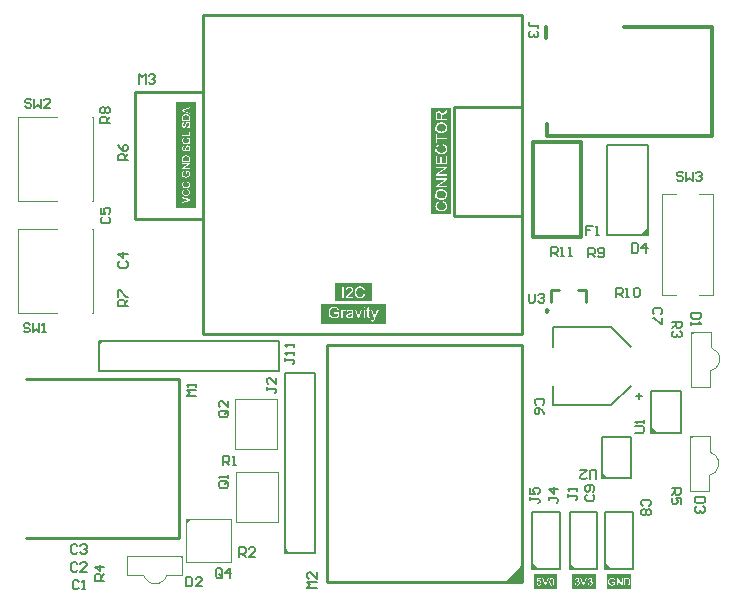
<source format=gto>
G04*
G04 #@! TF.GenerationSoftware,Altium Limited,Altium Designer,24.5.2 (23)*
G04*
G04 Layer_Color=65535*
%FSLAX25Y25*%
%MOIN*%
G70*
G04*
G04 #@! TF.SameCoordinates,C9A36013-1EDC-4BB1-827E-2851C72F543B*
G04*
G04*
G04 #@! TF.FilePolarity,Positive*
G04*
G01*
G75*
%ADD10C,0.00394*%
%ADD11C,0.00984*%
%ADD12C,0.00197*%
%ADD13C,0.00500*%
%ADD14C,0.00800*%
%ADD15C,0.00787*%
%ADD16C,0.00600*%
%ADD17C,0.01181*%
%ADD18C,0.00799*%
G36*
X193898Y3483D02*
X186024D01*
Y8328D01*
X193898D01*
Y3483D01*
D02*
G37*
G36*
X124016Y91817D02*
X102362D01*
Y98425D01*
X124016D01*
Y91817D01*
D02*
G37*
G36*
X119292Y99400D02*
X107086D01*
Y105324D01*
X119292D01*
Y99400D01*
D02*
G37*
G36*
X145814Y128472D02*
X139121D01*
Y163905D01*
X145814D01*
Y128472D01*
D02*
G37*
G36*
X181102Y3483D02*
X173228D01*
Y8328D01*
X181102D01*
Y3483D01*
D02*
G37*
G36*
X205709D02*
X197835D01*
Y8328D01*
X205709D01*
Y3483D01*
D02*
G37*
G36*
X60702Y130411D02*
X54009D01*
Y165845D01*
X60702D01*
Y130411D01*
D02*
G37*
%LPC*%
G36*
X192112Y7192D02*
X192021D01*
X191970Y7185D01*
X191872Y7167D01*
X191788Y7138D01*
X191715Y7108D01*
X191682Y7090D01*
X191657Y7076D01*
X191631Y7061D01*
X191613Y7047D01*
X191599Y7036D01*
X191588Y7028D01*
X191580Y7025D01*
X191577Y7021D01*
X191508Y6952D01*
X191453Y6876D01*
X191409Y6796D01*
X191373Y6715D01*
X191351Y6646D01*
X191340Y6617D01*
X191333Y6592D01*
X191329Y6570D01*
X191326Y6555D01*
X191322Y6544D01*
Y6541D01*
X191631Y6486D01*
X191646Y6566D01*
X191668Y6635D01*
X191693Y6694D01*
X191719Y6741D01*
X191744Y6777D01*
X191766Y6803D01*
X191781Y6821D01*
X191784Y6825D01*
X191832Y6861D01*
X191883Y6890D01*
X191930Y6908D01*
X191977Y6923D01*
X192021Y6930D01*
X192054Y6937D01*
X192083D01*
X192148Y6934D01*
X192207Y6919D01*
X192257Y6901D01*
X192301Y6883D01*
X192334Y6861D01*
X192359Y6843D01*
X192378Y6828D01*
X192381Y6825D01*
X192421Y6781D01*
X192450Y6734D01*
X192469Y6686D01*
X192483Y6643D01*
X192490Y6603D01*
X192498Y6573D01*
Y6552D01*
Y6548D01*
Y6544D01*
Y6504D01*
X192490Y6468D01*
X192472Y6406D01*
X192447Y6351D01*
X192418Y6304D01*
X192388Y6271D01*
X192363Y6246D01*
X192345Y6231D01*
X192341Y6228D01*
X192338D01*
X192276Y6195D01*
X192217Y6169D01*
X192156Y6151D01*
X192101Y6140D01*
X192054Y6133D01*
X192014Y6126D01*
X191966D01*
X191952Y6129D01*
X191934D01*
X191897Y5856D01*
X191944Y5867D01*
X191988Y5875D01*
X192025Y5882D01*
X192057Y5886D01*
X192083Y5889D01*
X192115D01*
X192192Y5882D01*
X192261Y5867D01*
X192323Y5846D01*
X192374Y5820D01*
X192414Y5794D01*
X192443Y5773D01*
X192461Y5758D01*
X192469Y5751D01*
X192516Y5696D01*
X192552Y5638D01*
X192578Y5580D01*
X192592Y5522D01*
X192603Y5474D01*
X192607Y5434D01*
X192611Y5420D01*
Y5409D01*
Y5401D01*
Y5398D01*
X192603Y5318D01*
X192585Y5245D01*
X192563Y5183D01*
X192534Y5128D01*
X192505Y5085D01*
X192483Y5052D01*
X192465Y5030D01*
X192458Y5023D01*
X192399Y4972D01*
X192338Y4936D01*
X192276Y4910D01*
X192217Y4892D01*
X192166Y4881D01*
X192126Y4877D01*
X192112Y4874D01*
X192090D01*
X192025Y4877D01*
X191963Y4892D01*
X191908Y4910D01*
X191864Y4932D01*
X191828Y4950D01*
X191799Y4968D01*
X191784Y4983D01*
X191777Y4986D01*
X191733Y5037D01*
X191697Y5096D01*
X191664Y5158D01*
X191639Y5223D01*
X191621Y5278D01*
X191613Y5303D01*
X191610Y5325D01*
X191606Y5343D01*
X191602Y5358D01*
X191599Y5365D01*
Y5369D01*
X191289Y5329D01*
X191297Y5270D01*
X191307Y5216D01*
X191340Y5114D01*
X191380Y5026D01*
X191402Y4990D01*
X191424Y4954D01*
X191446Y4921D01*
X191468Y4895D01*
X191486Y4870D01*
X191504Y4852D01*
X191515Y4837D01*
X191526Y4826D01*
X191533Y4819D01*
X191537Y4815D01*
X191580Y4783D01*
X191624Y4750D01*
X191668Y4724D01*
X191715Y4702D01*
X191806Y4666D01*
X191893Y4644D01*
X191934Y4637D01*
X191970Y4630D01*
X192003Y4626D01*
X192032Y4622D01*
X192054Y4619D01*
X192086D01*
X192156Y4622D01*
X192217Y4630D01*
X192279Y4641D01*
X192338Y4655D01*
X192392Y4673D01*
X192439Y4692D01*
X192487Y4713D01*
X192527Y4735D01*
X192567Y4753D01*
X192600Y4775D01*
X192629Y4794D01*
X192651Y4812D01*
X192669Y4826D01*
X192683Y4837D01*
X192691Y4844D01*
X192694Y4848D01*
X192738Y4892D01*
X192774Y4939D01*
X192807Y4986D01*
X192836Y5034D01*
X192858Y5077D01*
X192880Y5125D01*
X192909Y5212D01*
X192916Y5252D01*
X192924Y5288D01*
X192931Y5321D01*
X192935Y5350D01*
X192938Y5372D01*
Y5405D01*
X192935Y5492D01*
X192920Y5572D01*
X192898Y5642D01*
X192876Y5700D01*
X192854Y5747D01*
X192833Y5784D01*
X192818Y5805D01*
X192814Y5813D01*
X192763Y5867D01*
X192709Y5915D01*
X192651Y5951D01*
X192592Y5980D01*
X192541Y6002D01*
X192501Y6016D01*
X192487Y6020D01*
X192476Y6024D01*
X192469Y6027D01*
X192465D01*
X192527Y6060D01*
X192578Y6093D01*
X192622Y6129D01*
X192658Y6162D01*
X192687Y6191D01*
X192709Y6217D01*
X192720Y6231D01*
X192723Y6239D01*
X192753Y6289D01*
X192774Y6340D01*
X192793Y6391D01*
X192804Y6439D01*
X192811Y6479D01*
X192814Y6508D01*
Y6530D01*
Y6537D01*
X192811Y6599D01*
X192800Y6661D01*
X192785Y6715D01*
X192767Y6763D01*
X192749Y6803D01*
X192734Y6836D01*
X192723Y6854D01*
X192720Y6861D01*
X192683Y6916D01*
X192640Y6963D01*
X192596Y7003D01*
X192552Y7039D01*
X192516Y7065D01*
X192483Y7087D01*
X192461Y7098D01*
X192458Y7101D01*
X192454D01*
X192388Y7130D01*
X192323Y7152D01*
X192257Y7170D01*
X192199Y7181D01*
X192152Y7189D01*
X192112Y7192D01*
D02*
G37*
G36*
X187806D02*
X187715D01*
X187664Y7185D01*
X187566Y7167D01*
X187482Y7138D01*
X187409Y7108D01*
X187376Y7090D01*
X187351Y7076D01*
X187325Y7061D01*
X187307Y7047D01*
X187293Y7036D01*
X187282Y7028D01*
X187274Y7025D01*
X187271Y7021D01*
X187201Y6952D01*
X187147Y6876D01*
X187103Y6796D01*
X187067Y6715D01*
X187045Y6646D01*
X187034Y6617D01*
X187027Y6592D01*
X187023Y6570D01*
X187020Y6555D01*
X187016Y6544D01*
Y6541D01*
X187325Y6486D01*
X187340Y6566D01*
X187362Y6635D01*
X187387Y6694D01*
X187413Y6741D01*
X187438Y6777D01*
X187460Y6803D01*
X187475Y6821D01*
X187478Y6825D01*
X187525Y6861D01*
X187576Y6890D01*
X187624Y6908D01*
X187671Y6923D01*
X187715Y6930D01*
X187748Y6937D01*
X187777D01*
X187842Y6934D01*
X187900Y6919D01*
X187951Y6901D01*
X187995Y6883D01*
X188028Y6861D01*
X188053Y6843D01*
X188072Y6828D01*
X188075Y6825D01*
X188115Y6781D01*
X188144Y6734D01*
X188163Y6686D01*
X188177Y6643D01*
X188184Y6603D01*
X188192Y6573D01*
Y6552D01*
Y6548D01*
Y6544D01*
Y6504D01*
X188184Y6468D01*
X188166Y6406D01*
X188141Y6351D01*
X188111Y6304D01*
X188082Y6271D01*
X188057Y6246D01*
X188039Y6231D01*
X188035Y6228D01*
X188031D01*
X187970Y6195D01*
X187911Y6169D01*
X187849Y6151D01*
X187795Y6140D01*
X187748Y6133D01*
X187707Y6126D01*
X187660D01*
X187646Y6129D01*
X187627D01*
X187591Y5856D01*
X187638Y5867D01*
X187682Y5875D01*
X187718Y5882D01*
X187751Y5886D01*
X187777Y5889D01*
X187809D01*
X187886Y5882D01*
X187955Y5867D01*
X188017Y5846D01*
X188068Y5820D01*
X188108Y5794D01*
X188137Y5773D01*
X188155Y5758D01*
X188163Y5751D01*
X188210Y5696D01*
X188246Y5638D01*
X188272Y5580D01*
X188286Y5522D01*
X188297Y5474D01*
X188301Y5434D01*
X188304Y5420D01*
Y5409D01*
Y5401D01*
Y5398D01*
X188297Y5318D01*
X188279Y5245D01*
X188257Y5183D01*
X188228Y5128D01*
X188199Y5085D01*
X188177Y5052D01*
X188159Y5030D01*
X188152Y5023D01*
X188093Y4972D01*
X188031Y4936D01*
X187970Y4910D01*
X187911Y4892D01*
X187860Y4881D01*
X187820Y4877D01*
X187806Y4874D01*
X187784D01*
X187718Y4877D01*
X187656Y4892D01*
X187602Y4910D01*
X187558Y4932D01*
X187522Y4950D01*
X187493Y4968D01*
X187478Y4983D01*
X187471Y4986D01*
X187427Y5037D01*
X187391Y5096D01*
X187358Y5158D01*
X187332Y5223D01*
X187314Y5278D01*
X187307Y5303D01*
X187303Y5325D01*
X187300Y5343D01*
X187296Y5358D01*
X187293Y5365D01*
Y5369D01*
X186983Y5329D01*
X186990Y5270D01*
X187001Y5216D01*
X187034Y5114D01*
X187074Y5026D01*
X187096Y4990D01*
X187118Y4954D01*
X187140Y4921D01*
X187162Y4895D01*
X187180Y4870D01*
X187198Y4852D01*
X187209Y4837D01*
X187220Y4826D01*
X187227Y4819D01*
X187231Y4815D01*
X187274Y4783D01*
X187318Y4750D01*
X187362Y4724D01*
X187409Y4702D01*
X187500Y4666D01*
X187587Y4644D01*
X187627Y4637D01*
X187664Y4630D01*
X187697Y4626D01*
X187726Y4622D01*
X187748Y4619D01*
X187780D01*
X187849Y4622D01*
X187911Y4630D01*
X187973Y4641D01*
X188031Y4655D01*
X188086Y4673D01*
X188133Y4692D01*
X188181Y4713D01*
X188221Y4735D01*
X188261Y4753D01*
X188294Y4775D01*
X188323Y4794D01*
X188345Y4812D01*
X188363Y4826D01*
X188377Y4837D01*
X188384Y4844D01*
X188388Y4848D01*
X188432Y4892D01*
X188468Y4939D01*
X188501Y4986D01*
X188530Y5034D01*
X188552Y5077D01*
X188574Y5125D01*
X188603Y5212D01*
X188610Y5252D01*
X188618Y5288D01*
X188625Y5321D01*
X188628Y5350D01*
X188632Y5372D01*
Y5405D01*
X188628Y5492D01*
X188614Y5572D01*
X188592Y5642D01*
X188570Y5700D01*
X188548Y5747D01*
X188526Y5784D01*
X188512Y5805D01*
X188508Y5813D01*
X188457Y5867D01*
X188403Y5915D01*
X188345Y5951D01*
X188286Y5980D01*
X188235Y6002D01*
X188195Y6016D01*
X188181Y6020D01*
X188170Y6024D01*
X188163Y6027D01*
X188159D01*
X188221Y6060D01*
X188272Y6093D01*
X188315Y6129D01*
X188352Y6162D01*
X188381Y6191D01*
X188403Y6217D01*
X188414Y6231D01*
X188417Y6239D01*
X188446Y6289D01*
X188468Y6340D01*
X188486Y6391D01*
X188497Y6439D01*
X188505Y6479D01*
X188508Y6508D01*
Y6530D01*
Y6537D01*
X188505Y6599D01*
X188494Y6661D01*
X188479Y6715D01*
X188461Y6763D01*
X188443Y6803D01*
X188428Y6836D01*
X188417Y6854D01*
X188414Y6861D01*
X188377Y6916D01*
X188333Y6963D01*
X188290Y7003D01*
X188246Y7039D01*
X188210Y7065D01*
X188177Y7087D01*
X188155Y7098D01*
X188152Y7101D01*
X188148D01*
X188082Y7130D01*
X188017Y7152D01*
X187951Y7170D01*
X187893Y7181D01*
X187846Y7189D01*
X187806Y7192D01*
D02*
G37*
G36*
X191111Y7181D02*
X190772D01*
X190088Y5350D01*
X190059Y5274D01*
X190033Y5201D01*
X190012Y5132D01*
X189993Y5070D01*
X189975Y5015D01*
X189964Y4975D01*
X189961Y4961D01*
X189957Y4950D01*
X189953Y4943D01*
Y4939D01*
X189910Y5085D01*
X189888Y5154D01*
X189866Y5216D01*
X189848Y5270D01*
X189840Y5292D01*
X189837Y5314D01*
X189830Y5329D01*
X189826Y5339D01*
X189822Y5347D01*
Y5350D01*
X189167Y7181D01*
X188803D01*
X189779Y4662D01*
X190128D01*
X191111Y7181D01*
D02*
G37*
G36*
X117030Y97571D02*
X116558D01*
Y97033D01*
X117030D01*
Y97571D01*
D02*
G37*
G36*
X106845Y97638D02*
X106668D01*
X106568Y97627D01*
X106374Y97599D01*
X106285Y97582D01*
X106202Y97560D01*
X106124Y97543D01*
X106052Y97521D01*
X105985Y97499D01*
X105930Y97477D01*
X105880Y97455D01*
X105835Y97438D01*
X105802Y97421D01*
X105780Y97410D01*
X105763Y97405D01*
X105757Y97399D01*
X105680Y97349D01*
X105602Y97299D01*
X105469Y97183D01*
X105352Y97066D01*
X105258Y96944D01*
X105180Y96839D01*
X105153Y96794D01*
X105130Y96750D01*
X105108Y96716D01*
X105097Y96694D01*
X105092Y96678D01*
X105086Y96672D01*
X105008Y96489D01*
X104953Y96306D01*
X104908Y96128D01*
X104897Y96045D01*
X104881Y95967D01*
X104875Y95895D01*
X104864Y95834D01*
X104858Y95773D01*
Y95723D01*
X104853Y95684D01*
Y95629D01*
X104864Y95423D01*
X104892Y95229D01*
X104908Y95140D01*
X104925Y95057D01*
X104947Y94974D01*
X104969Y94902D01*
X104992Y94835D01*
X105014Y94779D01*
X105031Y94724D01*
X105047Y94685D01*
X105064Y94646D01*
X105075Y94624D01*
X105086Y94608D01*
Y94602D01*
X105186Y94441D01*
X105297Y94302D01*
X105413Y94180D01*
X105524Y94080D01*
X105630Y94002D01*
X105669Y93975D01*
X105708Y93947D01*
X105741Y93930D01*
X105763Y93914D01*
X105780Y93908D01*
X105785Y93903D01*
X105874Y93858D01*
X105963Y93825D01*
X106140Y93764D01*
X106313Y93725D01*
X106474Y93692D01*
X106546Y93686D01*
X106612Y93675D01*
X106673Y93669D01*
X106723D01*
X106762Y93664D01*
X106818D01*
X106973Y93669D01*
X107123Y93686D01*
X107262Y93714D01*
X107384Y93742D01*
X107434Y93753D01*
X107484Y93764D01*
X107528Y93780D01*
X107567Y93792D01*
X107595Y93803D01*
X107617Y93808D01*
X107628Y93814D01*
X107633D01*
X107783Y93875D01*
X107922Y93947D01*
X108055Y94025D01*
X108172Y94097D01*
X108222Y94130D01*
X108272Y94164D01*
X108310Y94191D01*
X108344Y94213D01*
X108372Y94236D01*
X108394Y94252D01*
X108405Y94258D01*
X108410Y94263D01*
Y95690D01*
X106779D01*
Y95235D01*
X107911D01*
Y94513D01*
X107844Y94458D01*
X107767Y94408D01*
X107683Y94363D01*
X107606Y94324D01*
X107539Y94291D01*
X107478Y94263D01*
X107456Y94252D01*
X107445Y94247D01*
X107434Y94241D01*
X107428D01*
X107311Y94202D01*
X107195Y94169D01*
X107089Y94147D01*
X106990Y94136D01*
X106906Y94125D01*
X106873D01*
X106840Y94119D01*
X106784D01*
X106646Y94125D01*
X106512Y94147D01*
X106390Y94175D01*
X106279Y94202D01*
X106190Y94236D01*
X106152Y94247D01*
X106124Y94258D01*
X106096Y94269D01*
X106079Y94280D01*
X106068Y94286D01*
X106063D01*
X105946Y94358D01*
X105841Y94435D01*
X105752Y94519D01*
X105680Y94602D01*
X105619Y94680D01*
X105580Y94741D01*
X105563Y94763D01*
X105558Y94779D01*
X105547Y94791D01*
Y94796D01*
X105491Y94935D01*
X105447Y95079D01*
X105419Y95223D01*
X105397Y95362D01*
X105391Y95423D01*
X105386Y95479D01*
X105380Y95534D01*
Y95579D01*
X105375Y95612D01*
Y95640D01*
Y95656D01*
Y95662D01*
X105380Y95817D01*
X105397Y95956D01*
X105419Y96089D01*
X105447Y96206D01*
X105458Y96256D01*
X105474Y96300D01*
X105486Y96339D01*
X105497Y96372D01*
X105508Y96400D01*
X105513Y96417D01*
X105519Y96428D01*
Y96433D01*
X105558Y96511D01*
X105597Y96583D01*
X105635Y96650D01*
X105674Y96705D01*
X105708Y96750D01*
X105735Y96789D01*
X105757Y96811D01*
X105763Y96816D01*
X105824Y96877D01*
X105891Y96933D01*
X105963Y96977D01*
X106029Y97022D01*
X106085Y97049D01*
X106129Y97077D01*
X106163Y97088D01*
X106174Y97094D01*
X106274Y97133D01*
X106374Y97161D01*
X106479Y97177D01*
X106573Y97194D01*
X106657Y97199D01*
X106690D01*
X106718Y97205D01*
X106779D01*
X106884Y97199D01*
X106984Y97188D01*
X107073Y97172D01*
X107151Y97155D01*
X107217Y97133D01*
X107267Y97116D01*
X107295Y97105D01*
X107306Y97099D01*
X107389Y97061D01*
X107461Y97016D01*
X107528Y96972D01*
X107578Y96927D01*
X107617Y96889D01*
X107650Y96861D01*
X107667Y96839D01*
X107672Y96833D01*
X107722Y96766D01*
X107761Y96689D01*
X107800Y96617D01*
X107833Y96539D01*
X107855Y96472D01*
X107872Y96422D01*
X107878Y96400D01*
X107883Y96384D01*
X107889Y96378D01*
Y96372D01*
X108349Y96495D01*
X108310Y96633D01*
X108261Y96755D01*
X108211Y96866D01*
X108166Y96955D01*
X108122Y97027D01*
X108089Y97077D01*
X108066Y97110D01*
X108055Y97122D01*
X107977Y97210D01*
X107894Y97283D01*
X107806Y97349D01*
X107722Y97405D01*
X107644Y97443D01*
X107583Y97477D01*
X107561Y97488D01*
X107545Y97493D01*
X107534Y97499D01*
X107528D01*
X107400Y97543D01*
X107267Y97577D01*
X107145Y97605D01*
X107028Y97621D01*
X106923Y97632D01*
X106879D01*
X106845Y97638D01*
D02*
G37*
G36*
X110159Y96578D02*
X110120D01*
X110059Y96572D01*
X110003Y96561D01*
X109948Y96544D01*
X109903Y96528D01*
X109870Y96511D01*
X109837Y96495D01*
X109820Y96483D01*
X109815Y96478D01*
X109765Y96433D01*
X109715Y96378D01*
X109665Y96311D01*
X109620Y96250D01*
X109576Y96189D01*
X109548Y96139D01*
X109526Y96100D01*
X109520Y96095D01*
Y96517D01*
X109093D01*
Y93731D01*
X109565D01*
Y95185D01*
X109570Y95296D01*
X109576Y95396D01*
X109587Y95490D01*
X109604Y95573D01*
X109620Y95640D01*
X109631Y95690D01*
X109637Y95723D01*
X109643Y95734D01*
X109665Y95795D01*
X109693Y95845D01*
X109720Y95890D01*
X109748Y95928D01*
X109776Y95956D01*
X109792Y95978D01*
X109809Y95989D01*
X109815Y95995D01*
X109859Y96028D01*
X109909Y96051D01*
X109959Y96067D01*
X109998Y96078D01*
X110037Y96084D01*
X110064Y96089D01*
X110092D01*
X110153Y96084D01*
X110214Y96073D01*
X110275Y96056D01*
X110325Y96039D01*
X110370Y96023D01*
X110403Y96006D01*
X110425Y95995D01*
X110431Y95989D01*
X110603Y96422D01*
X110508Y96472D01*
X110419Y96511D01*
X110342Y96539D01*
X110270Y96561D01*
X110209Y96572D01*
X110159Y96578D01*
D02*
G37*
G36*
X116136Y96517D02*
X115648D01*
X115032Y94813D01*
X114993Y94702D01*
X114954Y94602D01*
X114926Y94508D01*
X114898Y94435D01*
X114882Y94369D01*
X114865Y94324D01*
X114859Y94297D01*
X114854Y94286D01*
X114821Y94391D01*
X114793Y94497D01*
X114760Y94591D01*
X114732Y94674D01*
X114710Y94746D01*
X114693Y94802D01*
X114688Y94818D01*
X114682Y94835D01*
X114676Y94841D01*
Y94846D01*
X114077Y96517D01*
X113577D01*
X114626Y93731D01*
X115076D01*
X116136Y96517D01*
D02*
G37*
G36*
X121525D02*
X121053D01*
X120454Y94890D01*
X120410Y94774D01*
X120376Y94663D01*
X120337Y94552D01*
X120310Y94458D01*
X120287Y94374D01*
X120276Y94341D01*
X120271Y94313D01*
X120265Y94291D01*
X120260Y94274D01*
X120254Y94263D01*
Y94258D01*
X120221Y94385D01*
X120187Y94502D01*
X120154Y94613D01*
X120121Y94707D01*
X120093Y94785D01*
X120082Y94818D01*
X120071Y94846D01*
X120065Y94874D01*
X120060Y94890D01*
X120054Y94896D01*
Y94902D01*
X119472Y96517D01*
X118972D01*
X120027Y93731D01*
X120004Y93681D01*
X119993Y93642D01*
X119982Y93620D01*
Y93614D01*
X119949Y93520D01*
X119916Y93442D01*
X119893Y93375D01*
X119871Y93331D01*
X119860Y93298D01*
X119849Y93275D01*
X119838Y93264D01*
Y93259D01*
X119793Y93198D01*
X119744Y93153D01*
X119721Y93137D01*
X119705Y93126D01*
X119694Y93115D01*
X119688D01*
X119649Y93098D01*
X119610Y93081D01*
X119527Y93065D01*
X119494D01*
X119466Y93059D01*
X119438D01*
X119350Y93065D01*
X119261Y93081D01*
X119227Y93092D01*
X119200Y93098D01*
X119177Y93103D01*
X119172D01*
X119222Y92665D01*
X119283Y92643D01*
X119338Y92632D01*
X119388Y92621D01*
X119433Y92610D01*
X119472D01*
X119499Y92604D01*
X119521D01*
X119605Y92610D01*
X119677Y92621D01*
X119744Y92637D01*
X119799Y92659D01*
X119849Y92682D01*
X119882Y92698D01*
X119904Y92709D01*
X119910Y92715D01*
X119971Y92759D01*
X120021Y92815D01*
X120071Y92870D01*
X120115Y92926D01*
X120149Y92976D01*
X120176Y93015D01*
X120193Y93042D01*
X120199Y93054D01*
X120215Y93092D01*
X120238Y93131D01*
X120282Y93226D01*
X120326Y93331D01*
X120365Y93436D01*
X120404Y93531D01*
X120421Y93575D01*
X120437Y93614D01*
X120448Y93642D01*
X120459Y93664D01*
X120465Y93681D01*
Y93686D01*
X121525Y96517D01*
D02*
G37*
G36*
X117030D02*
X116558D01*
Y93731D01*
X117030D01*
Y96517D01*
D02*
G37*
G36*
X112123Y96578D02*
X112062D01*
X111929Y96572D01*
X111813Y96561D01*
X111702Y96544D01*
X111613Y96528D01*
X111535Y96511D01*
X111480Y96495D01*
X111457Y96489D01*
X111441Y96483D01*
X111435Y96478D01*
X111430D01*
X111335Y96439D01*
X111252Y96389D01*
X111180Y96345D01*
X111119Y96300D01*
X111074Y96256D01*
X111041Y96223D01*
X111019Y96200D01*
X111013Y96195D01*
X110963Y96123D01*
X110919Y96045D01*
X110886Y95967D01*
X110858Y95895D01*
X110836Y95823D01*
X110819Y95773D01*
X110814Y95751D01*
Y95734D01*
X110808Y95729D01*
Y95723D01*
X111269Y95662D01*
X111302Y95762D01*
X111335Y95851D01*
X111374Y95923D01*
X111407Y95978D01*
X111441Y96023D01*
X111469Y96051D01*
X111491Y96067D01*
X111496Y96073D01*
X111563Y96112D01*
X111641Y96139D01*
X111724Y96162D01*
X111802Y96173D01*
X111879Y96184D01*
X111935Y96189D01*
X111990D01*
X112118Y96184D01*
X112229Y96167D01*
X112318Y96139D01*
X112395Y96112D01*
X112451Y96078D01*
X112495Y96056D01*
X112523Y96034D01*
X112529Y96028D01*
X112573Y95978D01*
X112606Y95917D01*
X112634Y95851D01*
X112651Y95784D01*
X112662Y95723D01*
X112667Y95667D01*
Y95634D01*
Y95629D01*
Y95623D01*
Y95612D01*
Y95590D01*
Y95551D01*
X112662Y95518D01*
Y95507D01*
Y95501D01*
X112606Y95484D01*
X112545Y95468D01*
X112417Y95434D01*
X112273Y95407D01*
X112140Y95379D01*
X112073Y95368D01*
X112012Y95362D01*
X111957Y95351D01*
X111913Y95346D01*
X111874Y95340D01*
X111846D01*
X111824Y95335D01*
X111818D01*
X111718Y95323D01*
X111635Y95307D01*
X111563Y95296D01*
X111507Y95285D01*
X111463Y95279D01*
X111430Y95268D01*
X111407Y95262D01*
X111402D01*
X111330Y95240D01*
X111269Y95218D01*
X111208Y95190D01*
X111158Y95168D01*
X111113Y95146D01*
X111085Y95124D01*
X111063Y95113D01*
X111058Y95107D01*
X111002Y95068D01*
X110958Y95024D01*
X110914Y94979D01*
X110880Y94935D01*
X110852Y94896D01*
X110830Y94863D01*
X110819Y94841D01*
X110814Y94835D01*
X110786Y94774D01*
X110764Y94707D01*
X110747Y94646D01*
X110736Y94585D01*
X110730Y94535D01*
X110725Y94497D01*
Y94463D01*
X110730Y94397D01*
X110736Y94341D01*
X110764Y94225D01*
X110802Y94130D01*
X110847Y94047D01*
X110891Y93980D01*
X110930Y93930D01*
X110958Y93903D01*
X110969Y93892D01*
X111069Y93819D01*
X111180Y93764D01*
X111302Y93725D01*
X111413Y93697D01*
X111513Y93681D01*
X111557Y93675D01*
X111596D01*
X111629Y93669D01*
X111674D01*
X111774Y93675D01*
X111874Y93686D01*
X111962Y93697D01*
X112040Y93714D01*
X112101Y93731D01*
X112151Y93747D01*
X112184Y93753D01*
X112196Y93758D01*
X112290Y93797D01*
X112379Y93847D01*
X112462Y93903D01*
X112545Y93953D01*
X112612Y94002D01*
X112662Y94041D01*
X112695Y94069D01*
X112701Y94080D01*
X112706D01*
X112717Y94008D01*
X112728Y93941D01*
X112739Y93880D01*
X112756Y93831D01*
X112773Y93786D01*
X112784Y93758D01*
X112789Y93736D01*
X112795Y93731D01*
X113289D01*
X113261Y93792D01*
X113233Y93853D01*
X113211Y93908D01*
X113200Y93958D01*
X113183Y94002D01*
X113178Y94036D01*
X113172Y94058D01*
Y94064D01*
X113167Y94102D01*
X113161Y94152D01*
Y94208D01*
X113156Y94269D01*
X113150Y94408D01*
Y94546D01*
X113145Y94680D01*
Y94741D01*
Y94791D01*
Y94835D01*
Y94868D01*
Y94890D01*
Y94896D01*
Y95529D01*
Y95634D01*
X113139Y95729D01*
X113134Y95801D01*
Y95862D01*
X113128Y95906D01*
X113122Y95939D01*
X113117Y95956D01*
Y95962D01*
X113100Y96034D01*
X113078Y96095D01*
X113056Y96145D01*
X113028Y96195D01*
X113006Y96228D01*
X112989Y96256D01*
X112978Y96272D01*
X112972Y96278D01*
X112928Y96322D01*
X112878Y96367D01*
X112823Y96400D01*
X112767Y96433D01*
X112717Y96456D01*
X112678Y96472D01*
X112651Y96483D01*
X112639Y96489D01*
X112551Y96517D01*
X112456Y96539D01*
X112362Y96556D01*
X112268Y96567D01*
X112184Y96572D01*
X112123Y96578D01*
D02*
G37*
G36*
X118300Y97488D02*
X117829Y97205D01*
Y96517D01*
X117479D01*
Y96150D01*
X117829D01*
Y94541D01*
Y94463D01*
Y94397D01*
X117834Y94336D01*
X117840Y94274D01*
Y94225D01*
X117845Y94180D01*
X117857Y94108D01*
X117868Y94052D01*
X117873Y94014D01*
X117884Y93991D01*
Y93986D01*
X117906Y93936D01*
X117940Y93897D01*
X117973Y93858D01*
X118001Y93831D01*
X118034Y93803D01*
X118056Y93786D01*
X118073Y93775D01*
X118078Y93769D01*
X118140Y93742D01*
X118201Y93725D01*
X118267Y93708D01*
X118334Y93703D01*
X118389Y93697D01*
X118434Y93692D01*
X118478D01*
X118600Y93697D01*
X118661Y93703D01*
X118717Y93714D01*
X118767Y93720D01*
X118806Y93725D01*
X118828Y93731D01*
X118839D01*
X118778Y94147D01*
X118733Y94141D01*
X118689Y94136D01*
X118650D01*
X118622Y94130D01*
X118567D01*
X118495Y94136D01*
X118445Y94147D01*
X118417Y94158D01*
X118406Y94164D01*
X118367Y94191D01*
X118345Y94219D01*
X118328Y94241D01*
X118323Y94252D01*
X118317Y94280D01*
X118312Y94319D01*
X118306Y94408D01*
X118300Y94446D01*
Y94480D01*
Y94502D01*
Y94513D01*
Y96150D01*
X118778D01*
Y96517D01*
X118300D01*
Y97488D01*
D02*
G37*
%LPD*%
G36*
X112662Y94952D02*
X112656Y94841D01*
X112651Y94746D01*
X112639Y94669D01*
X112623Y94602D01*
X112606Y94552D01*
X112595Y94513D01*
X112590Y94491D01*
X112584Y94485D01*
X112540Y94413D01*
X112495Y94347D01*
X112440Y94291D01*
X112390Y94247D01*
X112345Y94208D01*
X112306Y94180D01*
X112284Y94164D01*
X112273Y94158D01*
X112190Y94119D01*
X112107Y94091D01*
X112029Y94069D01*
X111951Y94058D01*
X111890Y94047D01*
X111835Y94041D01*
X111790D01*
X111690Y94047D01*
X111607Y94058D01*
X111535Y94080D01*
X111474Y94102D01*
X111430Y94125D01*
X111396Y94147D01*
X111374Y94158D01*
X111369Y94164D01*
X111324Y94213D01*
X111291Y94269D01*
X111263Y94319D01*
X111247Y94369D01*
X111235Y94413D01*
X111230Y94446D01*
Y94474D01*
Y94480D01*
X111235Y94524D01*
X111241Y94569D01*
X111252Y94602D01*
X111263Y94635D01*
X111274Y94663D01*
X111280Y94685D01*
X111291Y94696D01*
Y94702D01*
X111346Y94768D01*
X111413Y94813D01*
X111435Y94829D01*
X111457Y94841D01*
X111474Y94852D01*
X111480D01*
X111535Y94874D01*
X111596Y94890D01*
X111663Y94907D01*
X111729Y94918D01*
X111790Y94929D01*
X111846Y94941D01*
X111879Y94946D01*
X111890D01*
X111985Y94963D01*
X112073Y94974D01*
X112151Y94990D01*
X112229Y95007D01*
X112301Y95024D01*
X112362Y95040D01*
X112423Y95051D01*
X112473Y95068D01*
X112517Y95079D01*
X112556Y95090D01*
X112590Y95101D01*
X112617Y95113D01*
X112639Y95118D01*
X112656Y95124D01*
X112662Y95129D01*
X112667D01*
X112662Y94952D01*
D02*
G37*
%LPC*%
G36*
X115478Y104349D02*
X115423D01*
X115240Y104338D01*
X115062Y104310D01*
X114907Y104277D01*
X114834Y104255D01*
X114768Y104233D01*
X114707Y104210D01*
X114651Y104188D01*
X114607Y104172D01*
X114563Y104155D01*
X114535Y104138D01*
X114513Y104127D01*
X114496Y104122D01*
X114490Y104116D01*
X114341Y104022D01*
X114213Y103911D01*
X114102Y103800D01*
X114008Y103689D01*
X113935Y103589D01*
X113908Y103544D01*
X113885Y103506D01*
X113863Y103478D01*
X113852Y103456D01*
X113847Y103439D01*
X113841Y103433D01*
X113763Y103261D01*
X113708Y103084D01*
X113669Y102906D01*
X113641Y102745D01*
X113630Y102673D01*
X113625Y102601D01*
X113619Y102545D01*
Y102490D01*
X113613Y102451D01*
Y102390D01*
X113625Y102190D01*
X113647Y101996D01*
X113675Y101824D01*
X113697Y101741D01*
X113713Y101669D01*
X113730Y101602D01*
X113752Y101541D01*
X113769Y101485D01*
X113780Y101441D01*
X113797Y101408D01*
X113802Y101380D01*
X113813Y101363D01*
Y101358D01*
X113897Y101191D01*
X113991Y101041D01*
X114091Y100914D01*
X114141Y100864D01*
X114185Y100814D01*
X114230Y100769D01*
X114274Y100731D01*
X114313Y100697D01*
X114346Y100675D01*
X114368Y100653D01*
X114391Y100636D01*
X114402Y100631D01*
X114407Y100625D01*
X114485Y100581D01*
X114563Y100542D01*
X114729Y100481D01*
X114896Y100436D01*
X115057Y100409D01*
X115134Y100398D01*
X115201Y100386D01*
X115262Y100381D01*
X115312D01*
X115356Y100375D01*
X115417D01*
X115528Y100381D01*
X115634Y100392D01*
X115734Y100403D01*
X115828Y100425D01*
X115917Y100453D01*
X116000Y100481D01*
X116078Y100508D01*
X116150Y100542D01*
X116211Y100570D01*
X116272Y100597D01*
X116316Y100625D01*
X116361Y100653D01*
X116388Y100675D01*
X116416Y100686D01*
X116427Y100697D01*
X116433Y100703D01*
X116511Y100769D01*
X116577Y100836D01*
X116638Y100914D01*
X116699Y100991D01*
X116799Y101147D01*
X116877Y101302D01*
X116910Y101374D01*
X116938Y101441D01*
X116960Y101502D01*
X116977Y101552D01*
X116993Y101596D01*
X117005Y101630D01*
X117010Y101652D01*
Y101657D01*
X116499Y101785D01*
X116477Y101696D01*
X116450Y101613D01*
X116422Y101535D01*
X116394Y101463D01*
X116361Y101397D01*
X116328Y101341D01*
X116289Y101286D01*
X116255Y101236D01*
X116228Y101191D01*
X116194Y101158D01*
X116166Y101125D01*
X116144Y101097D01*
X116122Y101080D01*
X116105Y101064D01*
X116100Y101058D01*
X116094Y101052D01*
X116039Y101008D01*
X115978Y100975D01*
X115856Y100914D01*
X115739Y100869D01*
X115623Y100841D01*
X115523Y100819D01*
X115484Y100814D01*
X115445D01*
X115412Y100808D01*
X115373D01*
X115245Y100814D01*
X115123Y100836D01*
X115012Y100864D01*
X114912Y100897D01*
X114834Y100930D01*
X114801Y100947D01*
X114773Y100958D01*
X114751Y100969D01*
X114735Y100980D01*
X114724Y100986D01*
X114718D01*
X114612Y101064D01*
X114524Y101147D01*
X114446Y101241D01*
X114385Y101330D01*
X114335Y101408D01*
X114302Y101474D01*
X114291Y101502D01*
X114279Y101519D01*
X114274Y101530D01*
Y101535D01*
X114230Y101680D01*
X114196Y101824D01*
X114169Y101968D01*
X114152Y102101D01*
X114146Y102162D01*
X114141Y102218D01*
Y102268D01*
X114135Y102307D01*
Y102340D01*
Y102368D01*
Y102384D01*
Y102390D01*
X114141Y102534D01*
X114152Y102667D01*
X114174Y102790D01*
X114196Y102901D01*
X114213Y102995D01*
X114224Y103034D01*
X114235Y103067D01*
X114241Y103095D01*
X114246Y103112D01*
X114252Y103123D01*
Y103128D01*
X114307Y103256D01*
X114368Y103372D01*
X114435Y103467D01*
X114507Y103550D01*
X114568Y103616D01*
X114618Y103661D01*
X114657Y103689D01*
X114663Y103700D01*
X114668D01*
X114785Y103772D01*
X114912Y103827D01*
X115034Y103866D01*
X115151Y103888D01*
X115256Y103905D01*
X115301Y103911D01*
X115340D01*
X115367Y103916D01*
X115412D01*
X115550Y103911D01*
X115678Y103888D01*
X115784Y103855D01*
X115878Y103822D01*
X115950Y103783D01*
X116006Y103755D01*
X116039Y103733D01*
X116050Y103722D01*
X116139Y103639D01*
X116222Y103544D01*
X116289Y103445D01*
X116344Y103345D01*
X116388Y103256D01*
X116405Y103211D01*
X116416Y103178D01*
X116427Y103150D01*
X116438Y103128D01*
X116444Y103117D01*
Y103112D01*
X116944Y103228D01*
X116910Y103328D01*
X116877Y103417D01*
X116832Y103500D01*
X116794Y103583D01*
X116749Y103655D01*
X116699Y103722D01*
X116655Y103789D01*
X116611Y103844D01*
X116566Y103888D01*
X116527Y103933D01*
X116488Y103972D01*
X116461Y103999D01*
X116433Y104027D01*
X116411Y104044D01*
X116400Y104049D01*
X116394Y104055D01*
X116316Y104105D01*
X116239Y104155D01*
X116161Y104194D01*
X116078Y104227D01*
X115911Y104277D01*
X115761Y104310D01*
X115689Y104327D01*
X115628Y104332D01*
X115567Y104338D01*
X115517Y104344D01*
X115478Y104349D01*
D02*
G37*
G36*
X111910Y104299D02*
X111854D01*
X111754Y104294D01*
X111660Y104288D01*
X111571Y104271D01*
X111488Y104255D01*
X111410Y104233D01*
X111338Y104210D01*
X111271Y104183D01*
X111210Y104155D01*
X111155Y104127D01*
X111110Y104099D01*
X111072Y104077D01*
X111038Y104055D01*
X111011Y104038D01*
X110994Y104022D01*
X110983Y104016D01*
X110977Y104011D01*
X110922Y103955D01*
X110872Y103894D01*
X110822Y103827D01*
X110783Y103761D01*
X110716Y103628D01*
X110672Y103494D01*
X110655Y103433D01*
X110639Y103372D01*
X110628Y103322D01*
X110617Y103278D01*
X110611Y103239D01*
Y103211D01*
X110605Y103195D01*
Y103189D01*
X111088Y103139D01*
X111099Y103267D01*
X111122Y103378D01*
X111155Y103478D01*
X111194Y103556D01*
X111227Y103622D01*
X111260Y103666D01*
X111283Y103694D01*
X111294Y103705D01*
X111377Y103772D01*
X111466Y103822D01*
X111560Y103861D01*
X111643Y103883D01*
X111721Y103900D01*
X111788Y103905D01*
X111810Y103911D01*
X111843D01*
X111960Y103905D01*
X112065Y103883D01*
X112154Y103850D01*
X112232Y103816D01*
X112293Y103778D01*
X112331Y103750D01*
X112359Y103727D01*
X112370Y103716D01*
X112437Y103639D01*
X112487Y103561D01*
X112526Y103483D01*
X112548Y103406D01*
X112565Y103345D01*
X112570Y103289D01*
X112576Y103256D01*
Y103250D01*
Y103245D01*
X112565Y103145D01*
X112542Y103039D01*
X112504Y102945D01*
X112465Y102856D01*
X112420Y102784D01*
X112381Y102723D01*
X112370Y102701D01*
X112359Y102684D01*
X112348Y102679D01*
Y102673D01*
X112304Y102612D01*
X112248Y102551D01*
X112187Y102484D01*
X112121Y102418D01*
X111982Y102285D01*
X111843Y102151D01*
X111771Y102090D01*
X111710Y102035D01*
X111649Y101985D01*
X111599Y101940D01*
X111560Y101907D01*
X111527Y101879D01*
X111504Y101863D01*
X111499Y101857D01*
X111360Y101741D01*
X111233Y101630D01*
X111127Y101530D01*
X111044Y101446D01*
X110972Y101374D01*
X110922Y101324D01*
X110894Y101291D01*
X110883Y101286D01*
Y101280D01*
X110805Y101186D01*
X110744Y101097D01*
X110689Y101008D01*
X110644Y100930D01*
X110611Y100864D01*
X110589Y100814D01*
X110578Y100780D01*
X110572Y100775D01*
Y100769D01*
X110550Y100708D01*
X110539Y100653D01*
X110528Y100597D01*
X110522Y100547D01*
X110517Y100503D01*
Y100442D01*
X113064D01*
Y100897D01*
X111171D01*
X111238Y100991D01*
X111271Y101030D01*
X111299Y101069D01*
X111327Y101102D01*
X111349Y101125D01*
X111366Y101141D01*
X111371Y101147D01*
X111399Y101174D01*
X111432Y101202D01*
X111510Y101274D01*
X111599Y101358D01*
X111693Y101441D01*
X111782Y101513D01*
X111821Y101546D01*
X111854Y101580D01*
X111882Y101602D01*
X111904Y101619D01*
X111915Y101630D01*
X111921Y101635D01*
X112010Y101713D01*
X112098Y101785D01*
X112176Y101857D01*
X112248Y101918D01*
X112315Y101979D01*
X112370Y102035D01*
X112426Y102085D01*
X112470Y102129D01*
X112515Y102173D01*
X112548Y102207D01*
X112576Y102235D01*
X112603Y102262D01*
X112631Y102296D01*
X112642Y102307D01*
X112720Y102401D01*
X112787Y102484D01*
X112842Y102568D01*
X112887Y102634D01*
X112920Y102695D01*
X112942Y102740D01*
X112953Y102767D01*
X112959Y102778D01*
X112992Y102862D01*
X113014Y102945D01*
X113036Y103023D01*
X113047Y103089D01*
X113053Y103150D01*
X113058Y103195D01*
Y103223D01*
Y103234D01*
X113053Y103317D01*
X113042Y103394D01*
X113031Y103472D01*
X113009Y103539D01*
X112953Y103672D01*
X112898Y103778D01*
X112864Y103827D01*
X112837Y103866D01*
X112809Y103905D01*
X112781Y103933D01*
X112759Y103955D01*
X112748Y103977D01*
X112737Y103983D01*
X112731Y103988D01*
X112670Y104044D01*
X112603Y104094D01*
X112531Y104133D01*
X112459Y104166D01*
X112315Y104221D01*
X112171Y104260D01*
X112109Y104271D01*
X112048Y104282D01*
X111993Y104288D01*
X111949Y104294D01*
X111910Y104299D01*
D02*
G37*
G36*
X109878Y104282D02*
X109368D01*
Y100442D01*
X109878D01*
Y104282D01*
D02*
G37*
G36*
X144356Y163027D02*
X140578D01*
Y159707D01*
X144356D01*
Y160854D01*
Y160210D01*
X142680D01*
Y160854D01*
X142686Y160914D01*
Y160958D01*
X142691Y160996D01*
X142696Y161023D01*
Y161045D01*
X142702Y161056D01*
Y161062D01*
X142729Y161149D01*
X142746Y161187D01*
X142762Y161220D01*
X142778Y161253D01*
X142789Y161275D01*
X142795Y161285D01*
X142800Y161291D01*
X142833Y161335D01*
X142871Y161378D01*
X142953Y161460D01*
X142991Y161498D01*
X143024Y161526D01*
X143046Y161542D01*
X143051Y161548D01*
X143128Y161602D01*
X143210Y161662D01*
X143297Y161722D01*
X143379Y161782D01*
X143455Y161831D01*
X143516Y161870D01*
X143537Y161886D01*
X143554Y161897D01*
X143565Y161908D01*
X143570D01*
X144356Y162405D01*
Y163027D01*
X143330Y162378D01*
X143221Y162301D01*
X143122Y162230D01*
X143041Y162159D01*
X142964Y162099D01*
X142909Y162044D01*
X142866Y162001D01*
X142839Y161974D01*
X142827Y161962D01*
X142795Y161919D01*
X142757Y161870D01*
X142696Y161771D01*
X142675Y161728D01*
X142653Y161695D01*
X142642Y161673D01*
X142636Y161662D01*
X142620Y161760D01*
X142604Y161853D01*
X142576Y161935D01*
X142554Y162017D01*
X142527Y162088D01*
X142494Y162154D01*
X142467Y162214D01*
X142440Y162268D01*
X142407Y162312D01*
X142380Y162356D01*
X142358Y162388D01*
X142336Y162416D01*
X142320Y162438D01*
X142303Y162454D01*
X142298Y162459D01*
X142292Y162465D01*
X142238Y162508D01*
X142183Y162552D01*
X142069Y162618D01*
X141954Y162661D01*
X141845Y162694D01*
X141752Y162716D01*
X141714Y162722D01*
X141675D01*
X141648Y162727D01*
X141626D01*
X141615D01*
X141610D01*
X141495Y162722D01*
X141392Y162705D01*
X141293Y162678D01*
X141211Y162651D01*
X141140Y162618D01*
X141086Y162596D01*
X141053Y162574D01*
X141048Y162569D01*
X141042D01*
X140955Y162503D01*
X140878Y162438D01*
X140813Y162367D01*
X140764Y162301D01*
X140726Y162241D01*
X140704Y162192D01*
X140687Y162159D01*
X140682Y162154D01*
Y162148D01*
X140665Y162099D01*
X140649Y162039D01*
X140622Y161919D01*
X140605Y161788D01*
X140589Y161668D01*
X140584Y161553D01*
Y161504D01*
X140578Y161460D01*
Y163027D01*
X144356D01*
D01*
D02*
G37*
G36*
X144422Y159058D02*
X140513D01*
Y155443D01*
D01*
Y157250D01*
X140518Y157103D01*
X140534Y156967D01*
X140562Y156836D01*
X140594Y156710D01*
X140638Y156595D01*
X140682Y156486D01*
X140731Y156388D01*
X140780Y156300D01*
X140829Y156219D01*
X140878Y156148D01*
X140922Y156088D01*
X140966Y156038D01*
X140998Y156000D01*
X141026Y155967D01*
X141042Y155951D01*
X141048Y155946D01*
X141151Y155858D01*
X141261Y155782D01*
X141381Y155711D01*
X141501Y155656D01*
X141626Y155607D01*
X141746Y155563D01*
X141867Y155531D01*
X141981Y155509D01*
X142090Y155487D01*
X142194Y155471D01*
X142287Y155460D01*
X142363Y155449D01*
X142429D01*
X142478Y155443D01*
X142522D01*
X142707Y155454D01*
X142877Y155476D01*
X143041Y155509D01*
X143112Y155531D01*
X143182Y155552D01*
X143243Y155569D01*
X143297Y155591D01*
X143346Y155607D01*
X143390Y155623D01*
X143423Y155634D01*
X143445Y155645D01*
X143461Y155656D01*
X143466D01*
X143625Y155749D01*
X143761Y155847D01*
X143881Y155956D01*
X143980Y156060D01*
X144062Y156153D01*
X144094Y156191D01*
X144116Y156224D01*
X144138Y156257D01*
X144154Y156279D01*
X144160Y156290D01*
X144165Y156295D01*
X144209Y156377D01*
X144247Y156459D01*
X144313Y156623D01*
X144356Y156781D01*
X144389Y156928D01*
X144400Y156999D01*
X144405Y157059D01*
X144416Y157114D01*
Y157163D01*
X144422Y157196D01*
Y157250D01*
X144411Y157431D01*
X144384Y157600D01*
X144351Y157758D01*
X144329Y157829D01*
X144307Y157895D01*
X144285Y157955D01*
X144264Y158010D01*
X144247Y158053D01*
X144231Y158091D01*
X144214Y158124D01*
X144203Y158151D01*
X144193Y158162D01*
Y158168D01*
X144094Y158321D01*
X143985Y158452D01*
X143870Y158561D01*
X143761Y158654D01*
X143658Y158730D01*
X143619Y158757D01*
X143581Y158779D01*
X143548Y158801D01*
X143526Y158812D01*
X143510Y158823D01*
X143505D01*
X143417Y158867D01*
X143330Y158899D01*
X143155Y158959D01*
X142980Y159003D01*
X142822Y159030D01*
X142751Y159036D01*
X142686Y159047D01*
X142625Y159052D01*
X142576D01*
X142533Y159058D01*
X144422D01*
D01*
D02*
G37*
G36*
X144356Y155078D02*
X140578D01*
Y152085D01*
X141026D01*
Y153330D01*
X144356D01*
Y153833D01*
X141026D01*
Y155078D01*
X144356D01*
D01*
D02*
G37*
G36*
X144422Y151752D02*
X140513D01*
Y148411D01*
D01*
Y150191D01*
X140523Y150011D01*
X140551Y149836D01*
X140584Y149683D01*
X140605Y149612D01*
X140627Y149547D01*
X140649Y149486D01*
X140671Y149432D01*
X140687Y149388D01*
X140704Y149345D01*
X140720Y149317D01*
X140731Y149295D01*
X140736Y149279D01*
X140742Y149274D01*
X140835Y149126D01*
X140944Y149001D01*
X141053Y148891D01*
X141162Y148799D01*
X141261Y148728D01*
X141304Y148700D01*
X141342Y148678D01*
X141370Y148656D01*
X141392Y148646D01*
X141408Y148640D01*
X141413Y148635D01*
X141583Y148558D01*
X141757Y148504D01*
X141932Y148465D01*
X142090Y148438D01*
X142161Y148427D01*
X142232Y148422D01*
X142287Y148416D01*
X142342D01*
X142380Y148411D01*
X142440D01*
X142636Y148422D01*
X142827Y148444D01*
X142997Y148471D01*
X143079Y148493D01*
X143150Y148509D01*
X143215Y148526D01*
X143275Y148547D01*
X143330Y148564D01*
X143374Y148575D01*
X143406Y148591D01*
X143434Y148597D01*
X143450Y148607D01*
X143455D01*
X143619Y148689D01*
X143767Y148782D01*
X143892Y148880D01*
X143941Y148930D01*
X143991Y148973D01*
X144034Y149017D01*
X144072Y149060D01*
X144105Y149099D01*
X144127Y149132D01*
X144149Y149153D01*
X144165Y149175D01*
X144171Y149186D01*
X144176Y149192D01*
X144220Y149268D01*
X144258Y149345D01*
X144318Y149508D01*
X144362Y149672D01*
X144389Y149830D01*
X144400Y149907D01*
X144411Y149972D01*
X144416Y150032D01*
Y150082D01*
X144422Y150125D01*
Y150185D01*
X144416Y150294D01*
X144405Y150398D01*
X144395Y150496D01*
X144373Y150589D01*
X144345Y150677D01*
X144318Y150759D01*
X144291Y150835D01*
X144258Y150906D01*
X144231Y150966D01*
X144203Y151026D01*
X144176Y151070D01*
X144149Y151113D01*
X144127Y151141D01*
X144116Y151168D01*
X144105Y151179D01*
X144100Y151184D01*
X144034Y151261D01*
X143969Y151326D01*
X143892Y151386D01*
X143816Y151447D01*
X143663Y151545D01*
X143510Y151621D01*
X143439Y151654D01*
X143374Y151681D01*
X143314Y151703D01*
X143264Y151720D01*
X143221Y151736D01*
X143188Y151747D01*
X143166Y151752D01*
X144422D01*
D01*
D02*
G37*
G36*
X144356Y147865D02*
X140578D01*
X143909D01*
Y145544D01*
X142625D01*
Y147635D01*
X142178D01*
Y145544D01*
X141026D01*
Y147777D01*
X140578D01*
Y145042D01*
X144356D01*
Y147865D01*
D02*
G37*
G36*
Y144196D02*
X140578D01*
Y141220D01*
X144356D01*
Y141700D01*
X141392D01*
X144356Y143677D01*
Y144196D01*
D02*
G37*
G36*
Y140385D02*
X140578D01*
Y137409D01*
X144356D01*
Y137889D01*
X141392D01*
X144356Y139866D01*
Y140385D01*
D02*
G37*
G36*
X144422Y136770D02*
X140513D01*
Y133156D01*
D01*
Y134963D01*
X140518Y134815D01*
X140534Y134679D01*
X140562Y134548D01*
X140594Y134422D01*
X140638Y134308D01*
X140682Y134198D01*
X140731Y134100D01*
X140780Y134013D01*
X140829Y133931D01*
X140878Y133860D01*
X140922Y133800D01*
X140966Y133751D01*
X140998Y133712D01*
X141026Y133680D01*
X141042Y133663D01*
X141048Y133658D01*
X141151Y133571D01*
X141261Y133494D01*
X141381Y133423D01*
X141501Y133369D01*
X141626Y133319D01*
X141746Y133276D01*
X141867Y133243D01*
X141981Y133221D01*
X142090Y133199D01*
X142194Y133183D01*
X142287Y133172D01*
X142363Y133161D01*
X142429D01*
X142478Y133156D01*
X142522D01*
X142707Y133167D01*
X142877Y133188D01*
X143041Y133221D01*
X143112Y133243D01*
X143182Y133265D01*
X143243Y133281D01*
X143297Y133303D01*
X143346Y133319D01*
X143390Y133336D01*
X143423Y133347D01*
X143445Y133358D01*
X143461Y133369D01*
X143466D01*
X143625Y133461D01*
X143761Y133560D01*
X143881Y133669D01*
X143980Y133773D01*
X144062Y133865D01*
X144094Y133904D01*
X144116Y133936D01*
X144138Y133969D01*
X144154Y133991D01*
X144160Y134002D01*
X144165Y134007D01*
X144209Y134089D01*
X144247Y134171D01*
X144313Y134335D01*
X144356Y134493D01*
X144389Y134641D01*
X144400Y134712D01*
X144405Y134772D01*
X144416Y134826D01*
Y134876D01*
X144422Y134908D01*
Y134963D01*
X144411Y135143D01*
X144384Y135312D01*
X144351Y135471D01*
X144329Y135542D01*
X144307Y135607D01*
X144285Y135667D01*
X144264Y135722D01*
X144247Y135766D01*
X144231Y135804D01*
X144214Y135836D01*
X144203Y135864D01*
X144193Y135875D01*
Y135880D01*
X144094Y136033D01*
X143985Y136164D01*
X143870Y136273D01*
X143761Y136366D01*
X143658Y136442D01*
X143619Y136470D01*
X143581Y136492D01*
X143548Y136513D01*
X143526Y136524D01*
X143510Y136535D01*
X143505D01*
X143417Y136579D01*
X143330Y136612D01*
X143155Y136672D01*
X142980Y136715D01*
X142822Y136743D01*
X142751Y136748D01*
X142686Y136759D01*
X142625Y136765D01*
X142576D01*
X142533Y136770D01*
X144422D01*
D01*
D02*
G37*
G36*
Y132692D02*
X140513D01*
X143161D01*
X143035Y132189D01*
X143122Y132167D01*
X143204Y132140D01*
X143281Y132113D01*
X143352Y132085D01*
X143417Y132053D01*
X143472Y132020D01*
X143526Y131982D01*
X143576Y131949D01*
X143619Y131922D01*
X143652Y131889D01*
X143685Y131862D01*
X143712Y131840D01*
X143728Y131818D01*
X143745Y131801D01*
X143750Y131796D01*
X143756Y131791D01*
X143799Y131736D01*
X143832Y131676D01*
X143892Y131556D01*
X143936Y131441D01*
X143963Y131326D01*
X143985Y131228D01*
X143991Y131190D01*
Y131152D01*
X143996Y131119D01*
Y131081D01*
X143991Y130955D01*
X143969Y130835D01*
X143941Y130726D01*
X143909Y130628D01*
X143876Y130551D01*
X143860Y130518D01*
X143849Y130491D01*
X143838Y130469D01*
X143827Y130453D01*
X143821Y130442D01*
Y130437D01*
X143745Y130333D01*
X143663Y130245D01*
X143570Y130169D01*
X143483Y130109D01*
X143406Y130060D01*
X143341Y130027D01*
X143314Y130016D01*
X143297Y130005D01*
X143286Y130000D01*
X143281D01*
X143139Y129956D01*
X142997Y129923D01*
X142855Y129896D01*
X142724Y129880D01*
X142664Y129874D01*
X142609Y129869D01*
X142560D01*
X142522Y129863D01*
X142489D01*
X142462D01*
X142445D01*
X142440D01*
X142298Y129869D01*
X142167Y129880D01*
X142047Y129901D01*
X141938Y129923D01*
X141845Y129940D01*
X141806Y129950D01*
X141774Y129962D01*
X141746Y129967D01*
X141730Y129972D01*
X141719Y129978D01*
X141714D01*
X141588Y130032D01*
X141473Y130093D01*
X141381Y130158D01*
X141299Y130229D01*
X141233Y130289D01*
X141190Y130338D01*
X141162Y130376D01*
X141151Y130382D01*
Y130387D01*
X141080Y130502D01*
X141026Y130628D01*
X140988Y130748D01*
X140966Y130862D01*
X140949Y130966D01*
X140944Y131010D01*
Y131048D01*
X140938Y131075D01*
Y131119D01*
X140944Y131255D01*
X140966Y131381D01*
X140998Y131485D01*
X141031Y131578D01*
X141069Y131649D01*
X141097Y131703D01*
X141119Y131736D01*
X141130Y131747D01*
X141211Y131834D01*
X141304Y131916D01*
X141402Y131982D01*
X141501Y132036D01*
X141588Y132080D01*
X141632Y132096D01*
X141665Y132107D01*
X141692Y132118D01*
X141714Y132129D01*
X141725Y132134D01*
X141730D01*
X141615Y132626D01*
X141517Y132593D01*
X141430Y132560D01*
X141348Y132517D01*
X141266Y132478D01*
X141195Y132435D01*
X141130Y132386D01*
X141064Y132342D01*
X141009Y132298D01*
X140966Y132255D01*
X140922Y132217D01*
X140884Y132178D01*
X140857Y132151D01*
X140829Y132124D01*
X140813Y132102D01*
X140807Y132091D01*
X140802Y132085D01*
X140753Y132009D01*
X140704Y131932D01*
X140665Y131856D01*
X140633Y131774D01*
X140584Y131610D01*
X140551Y131463D01*
X140534Y131392D01*
X140529Y131332D01*
X140523Y131272D01*
X140518Y131223D01*
X140513Y131184D01*
Y131130D01*
X140523Y130950D01*
X140551Y130775D01*
X140584Y130622D01*
X140605Y130551D01*
X140627Y130486D01*
X140649Y130426D01*
X140671Y130371D01*
X140687Y130327D01*
X140704Y130284D01*
X140720Y130256D01*
X140731Y130235D01*
X140736Y130218D01*
X140742Y130213D01*
X140835Y130065D01*
X140944Y129940D01*
X141053Y129830D01*
X141162Y129738D01*
X141261Y129667D01*
X141304Y129639D01*
X141342Y129618D01*
X141370Y129596D01*
X141392Y129585D01*
X141408Y129579D01*
X141413Y129574D01*
X141583Y129497D01*
X141757Y129443D01*
X141932Y129404D01*
X142090Y129377D01*
X142161Y129366D01*
X142232Y129361D01*
X142287Y129355D01*
X142342D01*
X142380Y129350D01*
X142440D01*
X142636Y129361D01*
X142827Y129383D01*
X142997Y129410D01*
X143079Y129432D01*
X143150Y129448D01*
X143215Y129465D01*
X143275Y129486D01*
X143330Y129503D01*
X143374Y129514D01*
X143406Y129530D01*
X143434Y129536D01*
X143450Y129546D01*
X143455D01*
X143619Y129628D01*
X143767Y129721D01*
X143892Y129820D01*
X143941Y129869D01*
X143991Y129912D01*
X144034Y129956D01*
X144072Y130000D01*
X144105Y130038D01*
X144127Y130071D01*
X144149Y130093D01*
X144165Y130114D01*
X144171Y130125D01*
X144176Y130131D01*
X144220Y130207D01*
X144258Y130284D01*
X144318Y130447D01*
X144362Y130611D01*
X144389Y130770D01*
X144400Y130846D01*
X144411Y130912D01*
X144416Y130972D01*
Y131021D01*
X144422Y131064D01*
Y131124D01*
X144416Y131234D01*
X144405Y131337D01*
X144395Y131436D01*
X144373Y131528D01*
X144345Y131616D01*
X144318Y131698D01*
X144291Y131774D01*
X144258Y131845D01*
X144231Y131905D01*
X144203Y131965D01*
X144176Y132009D01*
X144149Y132053D01*
X144127Y132080D01*
X144116Y132107D01*
X144105Y132118D01*
X144100Y132124D01*
X144034Y132200D01*
X143969Y132266D01*
X143892Y132326D01*
X143816Y132386D01*
X143663Y132484D01*
X143510Y132560D01*
X143439Y132593D01*
X143374Y132621D01*
X143314Y132642D01*
X143264Y132659D01*
X143221Y132675D01*
X143188Y132686D01*
X143166Y132692D01*
X144422D01*
D01*
D02*
G37*
G36*
X140513Y131119D02*
Y129350D01*
D01*
Y131119D01*
D02*
G37*
%LPD*%
G36*
X141681Y162208D02*
X141746Y162197D01*
X141801Y162181D01*
X141850Y162165D01*
X141894Y162143D01*
X141927Y162126D01*
X141948Y162115D01*
X141954Y162110D01*
X142008Y162072D01*
X142058Y162023D01*
X142096Y161974D01*
X142129Y161924D01*
X142150Y161881D01*
X142167Y161848D01*
X142178Y161826D01*
X142183Y161815D01*
X142205Y161739D01*
X142221Y161651D01*
X142232Y161564D01*
X142238Y161477D01*
X142243Y161400D01*
X142249Y161335D01*
Y160210D01*
X140998D01*
Y161400D01*
X141004Y161548D01*
X141026Y161673D01*
X141053Y161782D01*
X141086Y161864D01*
X141119Y161935D01*
X141146Y161979D01*
X141168Y162006D01*
X141173Y162017D01*
X141244Y162083D01*
X141315Y162132D01*
X141392Y162165D01*
X141457Y162192D01*
X141523Y162203D01*
X141572Y162208D01*
X141604Y162214D01*
X141610D01*
X141615D01*
X141681Y162208D01*
D02*
G37*
G36*
X142271Y159047D02*
X142079Y159025D01*
X141992Y159009D01*
X141905Y158987D01*
X141828Y158965D01*
X141757Y158949D01*
X141692Y158927D01*
X141632Y158905D01*
X141583Y158889D01*
X141539Y158867D01*
X141506Y158856D01*
X141484Y158845D01*
X141468Y158834D01*
X141463D01*
X141304Y158747D01*
X141162Y158643D01*
X141042Y158534D01*
X140944Y158435D01*
X140867Y158343D01*
X140835Y158299D01*
X140807Y158266D01*
X140791Y158233D01*
X140775Y158212D01*
X140769Y158201D01*
X140764Y158195D01*
X140720Y158113D01*
X140682Y158031D01*
X140616Y157873D01*
X140573Y157709D01*
X140545Y157567D01*
X140534Y157502D01*
X140523Y157436D01*
X140518Y157387D01*
Y157338D01*
X140513Y157300D01*
Y159058D01*
X142478D01*
X142271Y159047D01*
D02*
G37*
G36*
X142604Y158539D02*
X142729Y158528D01*
X142849Y158512D01*
X142959Y158490D01*
X143057Y158457D01*
X143150Y158430D01*
X143237Y158397D01*
X143314Y158364D01*
X143379Y158326D01*
X143439Y158293D01*
X143488Y158266D01*
X143526Y158239D01*
X143559Y158212D01*
X143587Y158195D01*
X143597Y158184D01*
X143603Y158179D01*
X143674Y158108D01*
X143734Y158031D01*
X143783Y157955D01*
X143832Y157878D01*
X143870Y157802D01*
X143898Y157720D01*
X143925Y157649D01*
X143947Y157573D01*
X143963Y157507D01*
X143974Y157442D01*
X143985Y157387D01*
X143991Y157338D01*
Y157300D01*
X143996Y157272D01*
Y157245D01*
X143991Y157141D01*
X143980Y157043D01*
X143958Y156956D01*
X143936Y156868D01*
X143903Y156786D01*
X143870Y156710D01*
X143838Y156639D01*
X143799Y156573D01*
X143761Y156519D01*
X143728Y156470D01*
X143696Y156426D01*
X143663Y156388D01*
X143641Y156361D01*
X143619Y156339D01*
X143608Y156328D01*
X143603Y156322D01*
X143526Y156257D01*
X143445Y156202D01*
X143357Y156153D01*
X143270Y156109D01*
X143177Y156077D01*
X143090Y156044D01*
X142915Y156000D01*
X142839Y155989D01*
X142762Y155978D01*
X142696Y155967D01*
X142642Y155962D01*
X142593Y155956D01*
X142554D01*
X142533D01*
X142527D01*
X142374Y155962D01*
X142232Y155973D01*
X142096Y155989D01*
X141976Y156017D01*
X141867Y156044D01*
X141768Y156077D01*
X141675Y156115D01*
X141599Y156148D01*
X141528Y156186D01*
X141468Y156219D01*
X141419Y156251D01*
X141381Y156279D01*
X141348Y156306D01*
X141326Y156322D01*
X141315Y156333D01*
X141310Y156339D01*
X141244Y156410D01*
X141190Y156486D01*
X141140Y156563D01*
X141097Y156644D01*
X141064Y156721D01*
X141031Y156797D01*
X140988Y156939D01*
X140977Y157005D01*
X140966Y157065D01*
X140955Y157114D01*
X140949Y157163D01*
X140944Y157201D01*
Y157250D01*
X140949Y157387D01*
X140971Y157518D01*
X141004Y157633D01*
X141037Y157731D01*
X141075Y157813D01*
X141091Y157846D01*
X141102Y157873D01*
X141119Y157900D01*
X141124Y157917D01*
X141135Y157922D01*
Y157928D01*
X141211Y158031D01*
X141299Y158124D01*
X141386Y158206D01*
X141473Y158272D01*
X141550Y158321D01*
X141615Y158359D01*
X141637Y158370D01*
X141654Y158381D01*
X141665Y158386D01*
X141670D01*
X141801Y158441D01*
X141943Y158479D01*
X142074Y158506D01*
X142200Y158523D01*
X142260Y158534D01*
X142309Y158539D01*
X142358D01*
X142396Y158545D01*
X142429D01*
X142451D01*
X142467D01*
X142473D01*
X142604Y158539D01*
D02*
G37*
G36*
X143035Y151250D02*
X143122Y151228D01*
X143204Y151201D01*
X143281Y151174D01*
X143352Y151146D01*
X143417Y151113D01*
X143472Y151081D01*
X143526Y151042D01*
X143576Y151010D01*
X143619Y150982D01*
X143652Y150950D01*
X143685Y150922D01*
X143712Y150901D01*
X143728Y150879D01*
X143745Y150862D01*
X143750Y150857D01*
X143756Y150851D01*
X143799Y150797D01*
X143832Y150737D01*
X143892Y150617D01*
X143936Y150502D01*
X143963Y150387D01*
X143985Y150289D01*
X143991Y150251D01*
Y150213D01*
X143996Y150180D01*
Y150142D01*
X143991Y150016D01*
X143969Y149896D01*
X143941Y149787D01*
X143909Y149688D01*
X143876Y149612D01*
X143860Y149579D01*
X143849Y149552D01*
X143838Y149530D01*
X143827Y149514D01*
X143821Y149503D01*
Y149497D01*
X143745Y149394D01*
X143663Y149306D01*
X143570Y149230D01*
X143483Y149170D01*
X143406Y149121D01*
X143341Y149088D01*
X143314Y149077D01*
X143297Y149066D01*
X143286Y149060D01*
X143281D01*
X143139Y149017D01*
X142997Y148984D01*
X142855Y148957D01*
X142724Y148940D01*
X142664Y148935D01*
X142609Y148930D01*
X142560D01*
X142522Y148924D01*
X142489D01*
X142462D01*
X142445D01*
X142440D01*
X142298Y148930D01*
X142167Y148940D01*
X142047Y148962D01*
X141938Y148984D01*
X141845Y149001D01*
X141806Y149011D01*
X141774Y149022D01*
X141746Y149028D01*
X141730Y149033D01*
X141719Y149039D01*
X141714D01*
X141588Y149093D01*
X141473Y149153D01*
X141381Y149219D01*
X141299Y149290D01*
X141233Y149350D01*
X141190Y149399D01*
X141162Y149437D01*
X141151Y149443D01*
Y149448D01*
X141080Y149563D01*
X141026Y149688D01*
X140988Y149809D01*
X140966Y149923D01*
X140949Y150027D01*
X140944Y150071D01*
Y150109D01*
X140938Y150136D01*
Y150180D01*
X140944Y150316D01*
X140966Y150442D01*
X140998Y150546D01*
X141031Y150638D01*
X141069Y150709D01*
X141097Y150764D01*
X141119Y150797D01*
X141130Y150808D01*
X141211Y150895D01*
X141304Y150977D01*
X141402Y151042D01*
X141501Y151097D01*
X141588Y151141D01*
X141632Y151157D01*
X141665Y151168D01*
X141692Y151179D01*
X141714Y151190D01*
X141725Y151195D01*
X141730D01*
X141615Y151687D01*
X141517Y151654D01*
X141430Y151621D01*
X141348Y151578D01*
X141266Y151539D01*
X141195Y151496D01*
X141130Y151447D01*
X141064Y151403D01*
X141009Y151359D01*
X140966Y151315D01*
X140922Y151277D01*
X140884Y151239D01*
X140857Y151212D01*
X140829Y151184D01*
X140813Y151163D01*
X140807Y151152D01*
X140802Y151146D01*
X140753Y151070D01*
X140704Y150993D01*
X140665Y150917D01*
X140633Y150835D01*
X140584Y150671D01*
X140551Y150524D01*
X140534Y150453D01*
X140529Y150393D01*
X140523Y150333D01*
X140518Y150284D01*
X140513Y150245D01*
Y151752D01*
X143161D01*
X143035Y151250D01*
D02*
G37*
G36*
X140578Y141733D02*
Y143715D01*
X143548D01*
X140578Y141733D01*
D02*
G37*
G36*
Y137922D02*
Y139904D01*
X143548D01*
X140578Y137922D01*
D02*
G37*
G36*
X142271Y136759D02*
X142079Y136737D01*
X141992Y136721D01*
X141905Y136699D01*
X141828Y136677D01*
X141757Y136661D01*
X141692Y136639D01*
X141632Y136617D01*
X141583Y136601D01*
X141539Y136579D01*
X141506Y136568D01*
X141484Y136557D01*
X141468Y136546D01*
X141463D01*
X141304Y136459D01*
X141162Y136355D01*
X141042Y136246D01*
X140944Y136148D01*
X140867Y136055D01*
X140835Y136011D01*
X140807Y135978D01*
X140791Y135946D01*
X140775Y135924D01*
X140769Y135913D01*
X140764Y135907D01*
X140720Y135826D01*
X140682Y135744D01*
X140616Y135585D01*
X140573Y135422D01*
X140545Y135280D01*
X140534Y135214D01*
X140523Y135149D01*
X140518Y135099D01*
Y135050D01*
X140513Y135012D01*
Y136770D01*
X142478D01*
X142271Y136759D01*
D02*
G37*
G36*
X142604Y136251D02*
X142729Y136240D01*
X142849Y136224D01*
X142959Y136202D01*
X143057Y136170D01*
X143150Y136142D01*
X143237Y136109D01*
X143314Y136077D01*
X143379Y136038D01*
X143439Y136006D01*
X143488Y135978D01*
X143526Y135951D01*
X143559Y135924D01*
X143587Y135907D01*
X143597Y135897D01*
X143603Y135891D01*
X143674Y135820D01*
X143734Y135744D01*
X143783Y135667D01*
X143832Y135591D01*
X143870Y135514D01*
X143898Y135432D01*
X143925Y135361D01*
X143947Y135285D01*
X143963Y135220D01*
X143974Y135154D01*
X143985Y135099D01*
X143991Y135050D01*
Y135012D01*
X143996Y134985D01*
Y134957D01*
X143991Y134854D01*
X143980Y134755D01*
X143958Y134668D01*
X143936Y134581D01*
X143903Y134499D01*
X143870Y134422D01*
X143838Y134351D01*
X143799Y134286D01*
X143761Y134231D01*
X143728Y134182D01*
X143696Y134138D01*
X143663Y134100D01*
X143641Y134073D01*
X143619Y134051D01*
X143608Y134040D01*
X143603Y134035D01*
X143526Y133969D01*
X143445Y133914D01*
X143357Y133865D01*
X143270Y133822D01*
X143177Y133789D01*
X143090Y133756D01*
X142915Y133712D01*
X142839Y133702D01*
X142762Y133691D01*
X142696Y133680D01*
X142642Y133674D01*
X142593Y133669D01*
X142554D01*
X142533D01*
X142527D01*
X142374Y133674D01*
X142232Y133685D01*
X142096Y133702D01*
X141976Y133729D01*
X141867Y133756D01*
X141768Y133789D01*
X141675Y133827D01*
X141599Y133860D01*
X141528Y133898D01*
X141468Y133931D01*
X141419Y133964D01*
X141381Y133991D01*
X141348Y134018D01*
X141326Y134035D01*
X141315Y134046D01*
X141310Y134051D01*
X141244Y134122D01*
X141190Y134198D01*
X141140Y134275D01*
X141097Y134357D01*
X141064Y134433D01*
X141031Y134510D01*
X140988Y134652D01*
X140977Y134717D01*
X140966Y134777D01*
X140955Y134826D01*
X140949Y134876D01*
X140944Y134914D01*
Y134963D01*
X140949Y135099D01*
X140971Y135230D01*
X141004Y135345D01*
X141037Y135443D01*
X141075Y135525D01*
X141091Y135558D01*
X141102Y135585D01*
X141119Y135613D01*
X141124Y135629D01*
X141135Y135634D01*
Y135640D01*
X141211Y135744D01*
X141299Y135836D01*
X141386Y135918D01*
X141473Y135984D01*
X141550Y136033D01*
X141615Y136071D01*
X141637Y136082D01*
X141654Y136093D01*
X141665Y136099D01*
X141670D01*
X141801Y136153D01*
X141943Y136191D01*
X142074Y136219D01*
X142200Y136235D01*
X142260Y136246D01*
X142309Y136251D01*
X142358D01*
X142396Y136257D01*
X142429D01*
X142451D01*
X142467D01*
X142473D01*
X142604Y136251D01*
D02*
G37*
%LPC*%
G36*
X178321Y7181D02*
X177982D01*
X177298Y5350D01*
X177269Y5274D01*
X177244Y5201D01*
X177222Y5132D01*
X177204Y5070D01*
X177185Y5015D01*
X177174Y4975D01*
X177171Y4961D01*
X177167Y4950D01*
X177164Y4943D01*
Y4939D01*
X177120Y5085D01*
X177098Y5154D01*
X177076Y5216D01*
X177058Y5270D01*
X177051Y5292D01*
X177047Y5314D01*
X177040Y5329D01*
X177036Y5339D01*
X177032Y5347D01*
Y5350D01*
X176377Y7181D01*
X176013D01*
X176989Y4662D01*
X177338D01*
X178321Y7181D01*
D02*
G37*
G36*
X175740Y7149D02*
X174488D01*
X174244Y5853D01*
X174535Y5813D01*
X174561Y5853D01*
X174594Y5886D01*
X174623Y5918D01*
X174652Y5944D01*
X174681Y5962D01*
X174703Y5980D01*
X174717Y5987D01*
X174721Y5991D01*
X174768Y6013D01*
X174816Y6031D01*
X174859Y6042D01*
X174903Y6053D01*
X174940Y6057D01*
X174969Y6060D01*
X175038D01*
X175081Y6053D01*
X175158Y6035D01*
X175223Y6009D01*
X175282Y5984D01*
X175325Y5955D01*
X175358Y5929D01*
X175376Y5911D01*
X175384Y5907D01*
Y5904D01*
X175435Y5842D01*
X175471Y5776D01*
X175496Y5707D01*
X175515Y5638D01*
X175525Y5580D01*
X175529Y5554D01*
Y5532D01*
X175533Y5514D01*
Y5500D01*
Y5492D01*
Y5489D01*
Y5438D01*
X175525Y5390D01*
X175507Y5300D01*
X175482Y5223D01*
X175456Y5161D01*
X175427Y5110D01*
X175402Y5070D01*
X175391Y5059D01*
X175384Y5048D01*
X175380Y5045D01*
X175376Y5041D01*
X175347Y5012D01*
X175318Y4986D01*
X175252Y4943D01*
X175191Y4914D01*
X175129Y4895D01*
X175078Y4881D01*
X175034Y4877D01*
X175020Y4874D01*
X174998D01*
X174929Y4877D01*
X174867Y4892D01*
X174812Y4910D01*
X174768Y4932D01*
X174728Y4954D01*
X174699Y4972D01*
X174685Y4986D01*
X174677Y4990D01*
X174634Y5041D01*
X174597Y5096D01*
X174568Y5158D01*
X174546Y5212D01*
X174532Y5267D01*
X174521Y5307D01*
X174517Y5325D01*
X174514Y5336D01*
Y5343D01*
Y5347D01*
X174190Y5321D01*
X174197Y5263D01*
X174208Y5208D01*
X174241Y5107D01*
X174281Y5019D01*
X174302Y4979D01*
X174324Y4946D01*
X174343Y4914D01*
X174364Y4885D01*
X174383Y4863D01*
X174401Y4844D01*
X174415Y4830D01*
X174423Y4815D01*
X174430Y4812D01*
X174434Y4808D01*
X174477Y4775D01*
X174521Y4746D01*
X174568Y4721D01*
X174616Y4699D01*
X174706Y4666D01*
X174797Y4644D01*
X174838Y4633D01*
X174878Y4630D01*
X174910Y4626D01*
X174940Y4622D01*
X174965Y4619D01*
X174998D01*
X175074Y4622D01*
X175147Y4633D01*
X175216Y4648D01*
X175278Y4666D01*
X175336Y4692D01*
X175391Y4717D01*
X175442Y4743D01*
X175486Y4772D01*
X175525Y4801D01*
X175562Y4826D01*
X175591Y4855D01*
X175617Y4877D01*
X175635Y4895D01*
X175649Y4910D01*
X175657Y4921D01*
X175660Y4924D01*
X175697Y4972D01*
X175726Y5023D01*
X175755Y5070D01*
X175777Y5121D01*
X175813Y5219D01*
X175835Y5314D01*
X175842Y5354D01*
X175849Y5394D01*
X175853Y5427D01*
X175857Y5456D01*
X175860Y5482D01*
Y5514D01*
X175857Y5580D01*
X175849Y5642D01*
X175839Y5703D01*
X175824Y5758D01*
X175806Y5809D01*
X175788Y5860D01*
X175766Y5904D01*
X175748Y5944D01*
X175726Y5980D01*
X175704Y6013D01*
X175686Y6038D01*
X175668Y6064D01*
X175653Y6082D01*
X175642Y6093D01*
X175635Y6100D01*
X175631Y6104D01*
X175587Y6144D01*
X175544Y6180D01*
X175496Y6209D01*
X175449Y6235D01*
X175402Y6260D01*
X175354Y6279D01*
X175267Y6304D01*
X175227Y6315D01*
X175191Y6322D01*
X175158Y6326D01*
X175129Y6330D01*
X175107Y6333D01*
X175027D01*
X174983Y6326D01*
X174896Y6308D01*
X174816Y6282D01*
X174743Y6253D01*
X174685Y6224D01*
X174659Y6209D01*
X174637Y6199D01*
X174619Y6188D01*
X174608Y6180D01*
X174601Y6177D01*
X174597Y6173D01*
X174732Y6854D01*
X175740D01*
Y7149D01*
D02*
G37*
G36*
X179351Y7192D02*
X179318D01*
X179220Y7185D01*
X179129Y7170D01*
X179053Y7145D01*
X178987Y7119D01*
X178933Y7090D01*
X178911Y7079D01*
X178893Y7065D01*
X178878Y7058D01*
X178867Y7050D01*
X178863Y7043D01*
X178860D01*
X178794Y6985D01*
X178740Y6916D01*
X178692Y6847D01*
X178656Y6781D01*
X178627Y6719D01*
X178612Y6694D01*
X178605Y6668D01*
X178598Y6650D01*
X178590Y6635D01*
X178587Y6628D01*
Y6624D01*
X178572Y6570D01*
X178558Y6515D01*
X178536Y6395D01*
X178518Y6275D01*
X178507Y6162D01*
X178503Y6107D01*
X178499Y6060D01*
Y6016D01*
X178496Y5976D01*
Y5904D01*
X178499Y5776D01*
X178507Y5656D01*
X178518Y5547D01*
X178536Y5445D01*
X178554Y5350D01*
X178576Y5267D01*
X178598Y5190D01*
X178620Y5125D01*
X178641Y5066D01*
X178667Y5015D01*
X178685Y4972D01*
X178703Y4939D01*
X178721Y4910D01*
X178732Y4892D01*
X178740Y4881D01*
X178743Y4877D01*
X178783Y4834D01*
X178827Y4794D01*
X178874Y4757D01*
X178922Y4728D01*
X178969Y4702D01*
X179016Y4681D01*
X179064Y4666D01*
X179107Y4651D01*
X179151Y4641D01*
X179191Y4633D01*
X179227Y4626D01*
X179256Y4622D01*
X179282Y4619D01*
X179318D01*
X179417Y4626D01*
X179508Y4641D01*
X179584Y4666D01*
X179650Y4692D01*
X179704Y4717D01*
X179722Y4732D01*
X179741Y4743D01*
X179755Y4750D01*
X179766Y4757D01*
X179770Y4764D01*
X179773D01*
X179839Y4826D01*
X179894Y4892D01*
X179941Y4965D01*
X179977Y5030D01*
X180006Y5092D01*
X180021Y5117D01*
X180028Y5143D01*
X180035Y5161D01*
X180043Y5176D01*
X180046Y5183D01*
Y5187D01*
X180065Y5241D01*
X180079Y5296D01*
X180101Y5412D01*
X180119Y5532D01*
X180130Y5649D01*
X180134Y5700D01*
X180137Y5747D01*
Y5791D01*
X180141Y5831D01*
Y5973D01*
X180137Y6038D01*
Y6097D01*
X180134Y6155D01*
X180127Y6206D01*
X180123Y6257D01*
X180119Y6301D01*
X180112Y6340D01*
X180108Y6377D01*
X180101Y6410D01*
X180097Y6435D01*
X180094Y6457D01*
X180090Y6475D01*
X180086Y6486D01*
X180083Y6493D01*
Y6497D01*
X180061Y6577D01*
X180035Y6650D01*
X180006Y6712D01*
X179984Y6766D01*
X179959Y6814D01*
X179945Y6847D01*
X179930Y6865D01*
X179926Y6872D01*
X179886Y6927D01*
X179846Y6974D01*
X179803Y7014D01*
X179762Y7050D01*
X179726Y7076D01*
X179697Y7094D01*
X179679Y7105D01*
X179675Y7108D01*
X179672D01*
X179613Y7138D01*
X179551Y7156D01*
X179493Y7170D01*
X179438Y7181D01*
X179391Y7189D01*
X179351Y7192D01*
D02*
G37*
%LPD*%
G36*
X179355Y6934D02*
X179395Y6930D01*
X179431Y6919D01*
X179464Y6905D01*
X179526Y6872D01*
X179580Y6836D01*
X179621Y6796D01*
X179653Y6763D01*
X179664Y6748D01*
X179672Y6737D01*
X179679Y6734D01*
Y6730D01*
X179704Y6686D01*
X179726Y6635D01*
X179748Y6577D01*
X179762Y6515D01*
X179777Y6450D01*
X179788Y6380D01*
X179806Y6242D01*
X179813Y6173D01*
X179817Y6111D01*
X179821Y6053D01*
Y6006D01*
X179824Y5962D01*
Y5929D01*
Y5911D01*
Y5907D01*
Y5904D01*
Y5791D01*
X179817Y5689D01*
X179810Y5598D01*
X179803Y5511D01*
X179792Y5438D01*
X179777Y5369D01*
X179762Y5310D01*
X179752Y5256D01*
X179737Y5212D01*
X179722Y5176D01*
X179711Y5143D01*
X179697Y5117D01*
X179690Y5099D01*
X179682Y5088D01*
X179675Y5081D01*
Y5077D01*
X179646Y5041D01*
X179617Y5012D01*
X179588Y4983D01*
X179559Y4961D01*
X179497Y4924D01*
X179442Y4899D01*
X179391Y4885D01*
X179355Y4877D01*
X179340Y4874D01*
X179318D01*
X179278Y4877D01*
X179242Y4881D01*
X179173Y4906D01*
X179111Y4939D01*
X179056Y4975D01*
X179016Y5012D01*
X178983Y5045D01*
X178965Y5070D01*
X178958Y5074D01*
Y5077D01*
X178933Y5121D01*
X178911Y5172D01*
X178889Y5230D01*
X178874Y5292D01*
X178860Y5358D01*
X178849Y5427D01*
X178831Y5569D01*
X178823Y5634D01*
X178820Y5696D01*
X178816Y5754D01*
Y5802D01*
X178812Y5846D01*
Y5878D01*
Y5896D01*
Y5904D01*
X178816Y6016D01*
X178820Y6118D01*
X178827Y6213D01*
X178838Y6301D01*
X178849Y6377D01*
X178863Y6446D01*
X178878Y6508D01*
X178893Y6562D01*
X178907Y6610D01*
X178918Y6650D01*
X178933Y6683D01*
X178944Y6712D01*
X178954Y6730D01*
X178962Y6745D01*
X178969Y6752D01*
Y6756D01*
X178995Y6788D01*
X179020Y6817D01*
X179049Y6839D01*
X179078Y6861D01*
X179136Y6894D01*
X179191Y6916D01*
X179238Y6927D01*
X179278Y6934D01*
X179293Y6937D01*
X179315D01*
X179355Y6934D01*
D02*
G37*
%LPC*%
G36*
X199355Y7209D02*
X199238D01*
X199173Y7201D01*
X199045Y7183D01*
X198987Y7172D01*
X198932Y7158D01*
X198881Y7147D01*
X198834Y7132D01*
X198791Y7118D01*
X198754Y7103D01*
X198721Y7089D01*
X198692Y7078D01*
X198670Y7067D01*
X198656Y7059D01*
X198645Y7056D01*
X198641Y7052D01*
X198590Y7019D01*
X198539Y6987D01*
X198452Y6910D01*
X198375Y6834D01*
X198314Y6754D01*
X198263Y6684D01*
X198245Y6655D01*
X198230Y6626D01*
X198215Y6604D01*
X198208Y6590D01*
X198204Y6579D01*
X198201Y6575D01*
X198150Y6455D01*
X198113Y6335D01*
X198084Y6219D01*
X198077Y6164D01*
X198066Y6113D01*
X198063Y6066D01*
X198055Y6026D01*
X198052Y5986D01*
Y5953D01*
X198048Y5927D01*
Y5891D01*
X198055Y5756D01*
X198073Y5629D01*
X198084Y5571D01*
X198095Y5516D01*
X198110Y5461D01*
X198124Y5414D01*
X198139Y5370D01*
X198153Y5334D01*
X198164Y5298D01*
X198175Y5272D01*
X198186Y5247D01*
X198194Y5232D01*
X198201Y5221D01*
Y5218D01*
X198266Y5112D01*
X198339Y5021D01*
X198416Y4941D01*
X198488Y4875D01*
X198557Y4824D01*
X198583Y4806D01*
X198609Y4788D01*
X198630Y4777D01*
X198645Y4766D01*
X198656Y4763D01*
X198659Y4759D01*
X198718Y4730D01*
X198776Y4708D01*
X198892Y4668D01*
X199005Y4642D01*
X199111Y4621D01*
X199158Y4617D01*
X199202Y4610D01*
X199242Y4606D01*
X199275D01*
X199300Y4602D01*
X199337D01*
X199438Y4606D01*
X199537Y4617D01*
X199628Y4635D01*
X199708Y4653D01*
X199741Y4661D01*
X199773Y4668D01*
X199802Y4679D01*
X199828Y4686D01*
X199846Y4693D01*
X199861Y4697D01*
X199868Y4701D01*
X199872D01*
X199970Y4741D01*
X200061Y4788D01*
X200148Y4839D01*
X200225Y4886D01*
X200257Y4908D01*
X200290Y4930D01*
X200316Y4948D01*
X200338Y4963D01*
X200356Y4977D01*
X200370Y4988D01*
X200377Y4992D01*
X200381Y4995D01*
Y5931D01*
X199311D01*
Y5632D01*
X200054D01*
Y5159D01*
X200010Y5123D01*
X199959Y5090D01*
X199904Y5061D01*
X199853Y5035D01*
X199810Y5014D01*
X199770Y4995D01*
X199755Y4988D01*
X199748Y4985D01*
X199741Y4981D01*
X199737D01*
X199660Y4955D01*
X199584Y4934D01*
X199515Y4919D01*
X199449Y4912D01*
X199395Y4905D01*
X199373D01*
X199351Y4901D01*
X199315D01*
X199224Y4905D01*
X199136Y4919D01*
X199056Y4937D01*
X198983Y4955D01*
X198925Y4977D01*
X198900Y4985D01*
X198881Y4992D01*
X198863Y4999D01*
X198852Y5006D01*
X198845Y5010D01*
X198842D01*
X198765Y5057D01*
X198696Y5108D01*
X198638Y5163D01*
X198590Y5218D01*
X198550Y5269D01*
X198525Y5309D01*
X198514Y5323D01*
X198510Y5334D01*
X198503Y5341D01*
Y5345D01*
X198467Y5436D01*
X198437Y5531D01*
X198419Y5625D01*
X198405Y5716D01*
X198401Y5756D01*
X198397Y5793D01*
X198394Y5829D01*
Y5858D01*
X198390Y5880D01*
Y5898D01*
Y5909D01*
Y5913D01*
X198394Y6015D01*
X198405Y6106D01*
X198419Y6193D01*
X198437Y6269D01*
X198445Y6302D01*
X198456Y6331D01*
X198463Y6357D01*
X198470Y6379D01*
X198477Y6397D01*
X198481Y6408D01*
X198485Y6415D01*
Y6419D01*
X198510Y6470D01*
X198536Y6517D01*
X198561Y6561D01*
X198587Y6597D01*
X198609Y6626D01*
X198627Y6652D01*
X198641Y6666D01*
X198645Y6670D01*
X198685Y6710D01*
X198729Y6746D01*
X198776Y6775D01*
X198820Y6805D01*
X198856Y6823D01*
X198885Y6841D01*
X198907Y6848D01*
X198914Y6852D01*
X198980Y6877D01*
X199045Y6896D01*
X199115Y6906D01*
X199176Y6917D01*
X199231Y6921D01*
X199253D01*
X199271Y6925D01*
X199311D01*
X199380Y6921D01*
X199446Y6914D01*
X199504Y6903D01*
X199555Y6892D01*
X199599Y6877D01*
X199631Y6866D01*
X199650Y6859D01*
X199657Y6855D01*
X199711Y6830D01*
X199759Y6801D01*
X199802Y6772D01*
X199835Y6743D01*
X199861Y6717D01*
X199882Y6699D01*
X199893Y6684D01*
X199897Y6681D01*
X199930Y6637D01*
X199955Y6586D01*
X199981Y6539D01*
X200003Y6488D01*
X200017Y6444D01*
X200028Y6412D01*
X200032Y6397D01*
X200035Y6386D01*
X200039Y6382D01*
Y6379D01*
X200341Y6459D01*
X200316Y6550D01*
X200283Y6630D01*
X200250Y6703D01*
X200221Y6761D01*
X200192Y6808D01*
X200170Y6841D01*
X200155Y6863D01*
X200148Y6870D01*
X200097Y6928D01*
X200043Y6976D01*
X199984Y7019D01*
X199930Y7056D01*
X199879Y7081D01*
X199839Y7103D01*
X199824Y7110D01*
X199813Y7114D01*
X199806Y7118D01*
X199802D01*
X199719Y7147D01*
X199631Y7169D01*
X199551Y7187D01*
X199475Y7198D01*
X199406Y7205D01*
X199376D01*
X199355Y7209D01*
D02*
G37*
G36*
X202853Y7165D02*
X202532D01*
Y5185D01*
X201211Y7165D01*
X200869D01*
Y4646D01*
X201189D01*
Y6623D01*
X202507Y4646D01*
X202853D01*
Y7165D01*
D02*
G37*
G36*
X204381D02*
X203413D01*
Y4646D01*
X204320D01*
X204403Y4650D01*
X204480Y4653D01*
X204549Y4661D01*
X204607Y4668D01*
X204658Y4675D01*
X204695Y4679D01*
X204706Y4682D01*
X204716Y4686D01*
X204724D01*
X204789Y4704D01*
X204847Y4726D01*
X204898Y4744D01*
X204942Y4766D01*
X204978Y4784D01*
X205004Y4799D01*
X205018Y4810D01*
X205026Y4814D01*
X205073Y4846D01*
X205113Y4886D01*
X205153Y4923D01*
X205186Y4959D01*
X205215Y4992D01*
X205237Y5017D01*
X205252Y5035D01*
X205255Y5043D01*
X205292Y5101D01*
X205328Y5163D01*
X205357Y5221D01*
X205379Y5279D01*
X205401Y5330D01*
X205415Y5370D01*
X205419Y5385D01*
X205423Y5396D01*
X205426Y5403D01*
Y5407D01*
X205448Y5494D01*
X205466Y5582D01*
X205477Y5665D01*
X205488Y5745D01*
X205492Y5815D01*
Y5844D01*
X205495Y5869D01*
Y5916D01*
X205492Y6040D01*
X205481Y6153D01*
X205463Y6255D01*
X205455Y6302D01*
X205444Y6342D01*
X205434Y6382D01*
X205426Y6415D01*
X205419Y6444D01*
X205408Y6470D01*
X205404Y6492D01*
X205397Y6506D01*
X205393Y6513D01*
Y6517D01*
X205353Y6612D01*
X205306Y6695D01*
X205255Y6768D01*
X205208Y6830D01*
X205164Y6881D01*
X205128Y6917D01*
X205113Y6928D01*
X205102Y6939D01*
X205099Y6943D01*
X205095Y6947D01*
X205037Y6994D01*
X204975Y7030D01*
X204913Y7063D01*
X204855Y7089D01*
X204804Y7107D01*
X204764Y7118D01*
X204749Y7125D01*
X204738D01*
X204731Y7129D01*
X204727D01*
X204665Y7140D01*
X204593Y7150D01*
X204520Y7158D01*
X204447Y7161D01*
X204381Y7165D01*
D02*
G37*
%LPD*%
G36*
X204378Y6863D02*
X204425D01*
X204469Y6859D01*
X204542Y6848D01*
X204600Y6841D01*
X204647Y6830D01*
X204680Y6819D01*
X204698Y6815D01*
X204706Y6812D01*
X204771Y6779D01*
X204833Y6739D01*
X204888Y6692D01*
X204935Y6644D01*
X204971Y6601D01*
X205000Y6564D01*
X205008Y6550D01*
X205015Y6539D01*
X205022Y6532D01*
Y6528D01*
X205044Y6488D01*
X205066Y6441D01*
X205099Y6346D01*
X205120Y6244D01*
X205139Y6146D01*
X205142Y6102D01*
X205146Y6058D01*
X205150Y6022D01*
Y5989D01*
X205153Y5960D01*
Y5942D01*
Y5927D01*
Y5924D01*
X205150Y5822D01*
X205142Y5727D01*
X205131Y5643D01*
X205120Y5571D01*
X205113Y5542D01*
X205106Y5516D01*
X205099Y5491D01*
X205095Y5472D01*
X205091Y5458D01*
X205088Y5447D01*
X205084Y5440D01*
Y5436D01*
X205059Y5367D01*
X205029Y5305D01*
X204997Y5250D01*
X204968Y5203D01*
X204942Y5167D01*
X204920Y5141D01*
X204906Y5127D01*
X204902Y5119D01*
X204866Y5090D01*
X204829Y5065D01*
X204793Y5043D01*
X204756Y5021D01*
X204724Y5006D01*
X204698Y4995D01*
X204680Y4992D01*
X204673Y4988D01*
X204618Y4974D01*
X204553Y4963D01*
X204487Y4955D01*
X204425Y4952D01*
X204371Y4948D01*
X204345Y4945D01*
X203748D01*
Y6866D01*
X204331D01*
X204378Y6863D01*
D02*
G37*
%LPC*%
G36*
X58615Y164255D02*
X56096D01*
D01*
X58615D01*
X56096Y163225D01*
Y162861D01*
X58615Y161900D01*
D01*
Y164255D01*
D02*
G37*
G36*
Y161718D02*
X56096D01*
D01*
X57345D01*
X57221Y161714D01*
X57108Y161703D01*
X57006Y161685D01*
X56959Y161678D01*
X56919Y161667D01*
X56879Y161656D01*
X56846Y161649D01*
X56817Y161642D01*
X56791Y161630D01*
X56770Y161627D01*
X56755Y161620D01*
X56748Y161616D01*
X56744D01*
X56649Y161576D01*
X56566Y161529D01*
X56493Y161478D01*
X56431Y161430D01*
X56380Y161387D01*
X56344Y161350D01*
X56333Y161336D01*
X56322Y161325D01*
X56318Y161321D01*
X56314Y161318D01*
X56267Y161259D01*
X56231Y161197D01*
X56198Y161135D01*
X56173Y161077D01*
X56154Y161026D01*
X56143Y160986D01*
X56136Y160972D01*
Y160961D01*
X56133Y160953D01*
Y160950D01*
X56122Y160888D01*
X56111Y160815D01*
X56103Y160742D01*
X56100Y160670D01*
X56096Y160604D01*
Y159636D01*
X58615D01*
Y161718D01*
D02*
G37*
G36*
X58659Y159177D02*
D01*
Y158245D01*
X58655Y158344D01*
X58644Y158435D01*
X58626Y158518D01*
X58608Y158588D01*
X58593Y158646D01*
X58582Y158671D01*
X58575Y158693D01*
X58568Y158708D01*
X58564Y158719D01*
X58560Y158726D01*
Y158730D01*
X58520Y158806D01*
X58477Y158871D01*
X58429Y158930D01*
X58386Y158977D01*
X58349Y159013D01*
X58316Y159039D01*
X58295Y159057D01*
X58291Y159061D01*
X58287D01*
X58218Y159101D01*
X58153Y159130D01*
X58091Y159148D01*
X58033Y159163D01*
X57982Y159170D01*
X57942Y159177D01*
X56052D01*
D01*
X57909D01*
X57836Y159174D01*
X57767Y159163D01*
X57705Y159144D01*
X57654Y159126D01*
X57610Y159104D01*
X57578Y159090D01*
X57559Y159075D01*
X57552Y159072D01*
X57498Y159028D01*
X57446Y158977D01*
X57403Y158922D01*
X57363Y158868D01*
X57334Y158820D01*
X57312Y158780D01*
X57305Y158766D01*
X57297Y158755D01*
X57294Y158748D01*
Y158744D01*
X57279Y158715D01*
X57268Y158678D01*
X57254Y158639D01*
X57239Y158595D01*
X57214Y158504D01*
X57188Y158409D01*
X57177Y158365D01*
X57166Y158325D01*
X57155Y158285D01*
X57148Y158253D01*
X57141Y158227D01*
X57137Y158205D01*
X57134Y158191D01*
Y158187D01*
X57115Y158114D01*
X57101Y158049D01*
X57082Y157991D01*
X57068Y157940D01*
X57050Y157892D01*
X57035Y157852D01*
X57021Y157816D01*
X57010Y157783D01*
X56995Y157758D01*
X56984Y157736D01*
X56977Y157721D01*
X56966Y157707D01*
X56955Y157688D01*
X56951Y157685D01*
X56915Y157652D01*
X56879Y157630D01*
X56842Y157612D01*
X56806Y157601D01*
X56777Y157594D01*
X56751Y157590D01*
X56737D01*
X56730D01*
X56671Y157597D01*
X56620Y157612D01*
X56577Y157634D01*
X56537Y157659D01*
X56507Y157681D01*
X56482Y157703D01*
X56467Y157718D01*
X56464Y157725D01*
X56445Y157754D01*
X56427Y157783D01*
X56398Y157852D01*
X56380Y157925D01*
X56366Y157998D01*
X56358Y158063D01*
X56354Y158092D01*
X56351Y158114D01*
Y158165D01*
X56354Y158267D01*
X56369Y158358D01*
X56391Y158431D01*
X56413Y158493D01*
X56435Y158540D01*
X56457Y158577D01*
X56471Y158595D01*
X56475Y158602D01*
X56526Y158653D01*
X56580Y158693D01*
X56638Y158726D01*
X56697Y158748D01*
X56751Y158762D01*
X56791Y158773D01*
X56810Y158777D01*
X56820Y158780D01*
X56828D01*
X56831D01*
X56806Y159101D01*
X56726Y159093D01*
X56653Y159075D01*
X56584Y159057D01*
X56526Y159032D01*
X56478Y159010D01*
X56442Y158992D01*
X56431Y158984D01*
X56420Y158977D01*
X56416Y158973D01*
X56413D01*
X56351Y158926D01*
X56296Y158875D01*
X56249Y158820D01*
X56213Y158766D01*
X56180Y158719D01*
X56162Y158682D01*
X56154Y158668D01*
X56147Y158657D01*
X56143Y158649D01*
Y158646D01*
X56114Y158566D01*
X56093Y158478D01*
X56074Y158398D01*
X56063Y158322D01*
X56056Y158253D01*
Y158227D01*
X56052Y158202D01*
Y158154D01*
X56056Y158060D01*
X56067Y157976D01*
X56081Y157896D01*
X56096Y157827D01*
X56111Y157772D01*
X56118Y157747D01*
X56125Y157729D01*
X56133Y157714D01*
X56136Y157703D01*
X56140Y157696D01*
Y157692D01*
X56176Y157619D01*
X56216Y157554D01*
X56260Y157499D01*
X56300Y157456D01*
X56336Y157423D01*
X56366Y157397D01*
X56387Y157379D01*
X56391Y157375D01*
X56395D01*
X56457Y157339D01*
X56518Y157314D01*
X56580Y157295D01*
X56635Y157284D01*
X56682Y157277D01*
X56718Y157270D01*
X56733D01*
X56744D01*
X56748D01*
X56751D01*
X56813Y157273D01*
X56871Y157284D01*
X56926Y157299D01*
X56973Y157314D01*
X57010Y157328D01*
X57039Y157343D01*
X57057Y157353D01*
X57064Y157357D01*
X57115Y157394D01*
X57163Y157437D01*
X57203Y157481D01*
X57235Y157525D01*
X57265Y157561D01*
X57283Y157594D01*
X57297Y157616D01*
X57301Y157619D01*
Y157623D01*
X57315Y157652D01*
X57330Y157685D01*
X57355Y157758D01*
X57381Y157841D01*
X57407Y157921D01*
X57428Y157994D01*
X57436Y158027D01*
X57443Y158056D01*
X57450Y158078D01*
X57454Y158096D01*
X57458Y158107D01*
Y158111D01*
X57472Y158173D01*
X57487Y158231D01*
X57501Y158282D01*
X57512Y158325D01*
X57523Y158369D01*
X57534Y158405D01*
X57541Y158438D01*
X57552Y158464D01*
X57559Y158489D01*
X57563Y158507D01*
X57574Y158537D01*
X57578Y158555D01*
X57581Y158558D01*
X57603Y158613D01*
X57629Y158660D01*
X57654Y158700D01*
X57676Y158730D01*
X57698Y158755D01*
X57712Y158770D01*
X57723Y158780D01*
X57727Y158784D01*
X57760Y158809D01*
X57796Y158828D01*
X57832Y158839D01*
X57862Y158850D01*
X57891Y158853D01*
X57912Y158857D01*
X57931D01*
X57934D01*
X57978Y158853D01*
X58018Y158846D01*
X58054Y158835D01*
X58083Y158820D01*
X58113Y158806D01*
X58131Y158795D01*
X58145Y158788D01*
X58149Y158784D01*
X58185Y158755D01*
X58215Y158719D01*
X58240Y158682D01*
X58266Y158649D01*
X58280Y158617D01*
X58295Y158591D01*
X58302Y158573D01*
X58306Y158566D01*
X58324Y158511D01*
X58338Y158453D01*
X58346Y158395D01*
X58353Y158344D01*
X58356Y158300D01*
X58360Y158264D01*
Y158231D01*
X58356Y158151D01*
X58349Y158078D01*
X58338Y158012D01*
X58324Y157954D01*
X58309Y157907D01*
X58298Y157870D01*
X58295Y157860D01*
X58291Y157849D01*
X58287Y157845D01*
Y157841D01*
X58258Y157783D01*
X58226Y157729D01*
X58193Y157688D01*
X58160Y157652D01*
X58135Y157623D01*
X58109Y157605D01*
X58095Y157594D01*
X58091Y157590D01*
X58043Y157565D01*
X57993Y157539D01*
X57938Y157525D01*
X57891Y157510D01*
X57843Y157499D01*
X57810Y157492D01*
X57796D01*
X57785Y157488D01*
X57781D01*
X57778D01*
X57807Y157175D01*
D01*
X57898Y157183D01*
X57985Y157197D01*
X58062Y157219D01*
X58131Y157244D01*
X58185Y157270D01*
X58207Y157281D01*
X58226Y157288D01*
X58240Y157299D01*
X58251Y157303D01*
X58258Y157310D01*
X58262D01*
X58331Y157364D01*
X58393Y157423D01*
X58444Y157485D01*
X58488Y157543D01*
X58520Y157594D01*
X58542Y157638D01*
X58549Y157652D01*
X58557Y157663D01*
X58560Y157670D01*
Y157674D01*
X58593Y157765D01*
X58619Y157860D01*
X58633Y157954D01*
X58648Y158045D01*
X58651Y158089D01*
X58655Y158125D01*
Y158158D01*
X58659Y158187D01*
Y157175D01*
D01*
Y159177D01*
D02*
G37*
G36*
X58615Y155912D02*
X56096D01*
Y154336D01*
X58615D01*
Y155912D01*
D02*
G37*
G36*
X58659Y153939D02*
D01*
Y152894D01*
X58655Y152967D01*
X58648Y153036D01*
X58640Y153102D01*
X58626Y153164D01*
X58608Y153222D01*
X58590Y153277D01*
X58571Y153328D01*
X58549Y153375D01*
X58531Y153415D01*
X58513Y153455D01*
X58495Y153484D01*
X58477Y153513D01*
X58462Y153532D01*
X58455Y153550D01*
X58447Y153557D01*
X58444Y153561D01*
X58400Y153612D01*
X58356Y153655D01*
X58306Y153695D01*
X58255Y153735D01*
X58153Y153801D01*
X58051Y153852D01*
X58003Y153874D01*
X57960Y153892D01*
X57920Y153907D01*
X57887Y153917D01*
X57858Y153928D01*
X57836Y153936D01*
X57822Y153939D01*
X56052D01*
D01*
X57818D01*
X57734Y153604D01*
X57792Y153590D01*
X57847Y153572D01*
X57898Y153553D01*
X57945Y153535D01*
X57989Y153513D01*
X58025Y153491D01*
X58062Y153466D01*
X58095Y153444D01*
X58124Y153426D01*
X58145Y153404D01*
X58167Y153386D01*
X58185Y153371D01*
X58196Y153357D01*
X58207Y153346D01*
X58211Y153342D01*
X58215Y153339D01*
X58244Y153302D01*
X58266Y153262D01*
X58306Y153182D01*
X58335Y153106D01*
X58353Y153029D01*
X58368Y152964D01*
X58371Y152938D01*
Y152913D01*
X58375Y152891D01*
Y152865D01*
X58371Y152782D01*
X58356Y152702D01*
X58338Y152629D01*
X58316Y152563D01*
X58295Y152512D01*
X58284Y152490D01*
X58276Y152472D01*
X58269Y152458D01*
X58262Y152447D01*
X58258Y152439D01*
Y152436D01*
X58207Y152367D01*
X58153Y152308D01*
X58091Y152258D01*
X58033Y152217D01*
X57982Y152185D01*
X57938Y152163D01*
X57920Y152156D01*
X57909Y152148D01*
X57902Y152145D01*
X57898D01*
X57803Y152116D01*
X57709Y152094D01*
X57614Y152076D01*
X57527Y152065D01*
X57487Y152061D01*
X57450Y152057D01*
X57417D01*
X57392Y152054D01*
X57370D01*
X57352D01*
X57341D01*
X57337D01*
X57243Y152057D01*
X57155Y152065D01*
X57075Y152079D01*
X57003Y152094D01*
X56941Y152105D01*
X56915Y152112D01*
X56893Y152119D01*
X56875Y152123D01*
X56864Y152127D01*
X56857Y152130D01*
X56853D01*
X56770Y152166D01*
X56693Y152207D01*
X56631Y152250D01*
X56577Y152298D01*
X56533Y152338D01*
X56504Y152370D01*
X56486Y152396D01*
X56478Y152400D01*
Y152403D01*
X56431Y152480D01*
X56395Y152563D01*
X56369Y152643D01*
X56354Y152720D01*
X56344Y152789D01*
X56340Y152818D01*
Y152844D01*
X56336Y152862D01*
Y152891D01*
X56340Y152982D01*
X56354Y153066D01*
X56376Y153135D01*
X56398Y153197D01*
X56424Y153244D01*
X56442Y153280D01*
X56457Y153302D01*
X56464Y153310D01*
X56518Y153368D01*
X56580Y153422D01*
X56646Y153466D01*
X56711Y153502D01*
X56770Y153532D01*
X56799Y153542D01*
X56820Y153550D01*
X56839Y153557D01*
X56853Y153564D01*
X56861Y153568D01*
X56864D01*
X56788Y153895D01*
X56722Y153874D01*
X56664Y153852D01*
X56609Y153823D01*
X56555Y153797D01*
X56507Y153768D01*
X56464Y153735D01*
X56420Y153706D01*
X56384Y153677D01*
X56354Y153648D01*
X56325Y153622D01*
X56300Y153597D01*
X56282Y153579D01*
X56264Y153561D01*
X56253Y153546D01*
X56249Y153539D01*
X56245Y153535D01*
X56213Y153484D01*
X56180Y153433D01*
X56154Y153382D01*
X56133Y153328D01*
X56100Y153218D01*
X56078Y153120D01*
X56067Y153073D01*
X56063Y153033D01*
X56060Y152993D01*
X56056Y152960D01*
X56052Y152935D01*
Y152898D01*
X56060Y152778D01*
X56078Y152662D01*
X56100Y152560D01*
X56114Y152512D01*
X56129Y152469D01*
X56143Y152429D01*
X56158Y152392D01*
X56169Y152363D01*
X56180Y152334D01*
X56191Y152316D01*
X56198Y152301D01*
X56202Y152290D01*
X56205Y152287D01*
X56267Y152188D01*
X56340Y152105D01*
X56413Y152032D01*
X56486Y151970D01*
X56551Y151923D01*
X56580Y151904D01*
X56606Y151890D01*
X56624Y151875D01*
X56638Y151868D01*
X56649Y151864D01*
X56653Y151861D01*
X56766Y151810D01*
X56882Y151773D01*
X56999Y151748D01*
X57104Y151730D01*
X57152Y151723D01*
X57199Y151719D01*
X57235Y151715D01*
X57272D01*
X57297Y151711D01*
X57337D01*
X57468Y151719D01*
X57596Y151733D01*
X57709Y151752D01*
X57763Y151766D01*
X57810Y151777D01*
X57854Y151788D01*
X57894Y151803D01*
X57931Y151813D01*
X57960Y151821D01*
X57982Y151832D01*
X58000Y151835D01*
X58011Y151843D01*
X58014D01*
X58124Y151897D01*
X58222Y151959D01*
X58306Y152025D01*
X58338Y152057D01*
X58371Y152086D01*
X58400Y152116D01*
X58426Y152145D01*
X58447Y152170D01*
X58462Y152192D01*
X58477Y152207D01*
X58488Y152221D01*
X58491Y152228D01*
X58495Y152232D01*
X58524Y152283D01*
X58549Y152334D01*
X58590Y152443D01*
X58619Y152552D01*
X58637Y152658D01*
X58644Y152709D01*
X58651Y152753D01*
X58655Y152793D01*
Y152825D01*
X58659Y152855D01*
Y151711D01*
D01*
Y153939D01*
D02*
G37*
G36*
Y151351D02*
D01*
Y150419D01*
X58655Y150518D01*
X58644Y150609D01*
X58626Y150692D01*
X58608Y150761D01*
X58593Y150820D01*
X58582Y150845D01*
X58575Y150867D01*
X58568Y150882D01*
X58564Y150892D01*
X58560Y150900D01*
Y150903D01*
X58520Y150980D01*
X58477Y151045D01*
X58429Y151104D01*
X58386Y151151D01*
X58349Y151187D01*
X58316Y151213D01*
X58295Y151231D01*
X58291Y151235D01*
X58287D01*
X58218Y151275D01*
X58153Y151304D01*
X58091Y151322D01*
X58033Y151337D01*
X57982Y151344D01*
X57942Y151351D01*
X56052D01*
D01*
X57909D01*
X57836Y151347D01*
X57767Y151337D01*
X57705Y151318D01*
X57654Y151300D01*
X57610Y151278D01*
X57578Y151264D01*
X57559Y151249D01*
X57552Y151246D01*
X57498Y151202D01*
X57446Y151151D01*
X57403Y151096D01*
X57363Y151042D01*
X57334Y150995D01*
X57312Y150954D01*
X57305Y150940D01*
X57297Y150929D01*
X57294Y150922D01*
Y150918D01*
X57279Y150889D01*
X57268Y150853D01*
X57254Y150812D01*
X57239Y150769D01*
X57214Y150678D01*
X57188Y150583D01*
X57177Y150540D01*
X57166Y150499D01*
X57155Y150459D01*
X57148Y150427D01*
X57141Y150401D01*
X57137Y150379D01*
X57134Y150365D01*
Y150361D01*
X57115Y150288D01*
X57101Y150223D01*
X57082Y150164D01*
X57068Y150114D01*
X57050Y150066D01*
X57035Y150026D01*
X57021Y149990D01*
X57010Y149957D01*
X56995Y149932D01*
X56984Y149910D01*
X56977Y149895D01*
X56966Y149881D01*
X56955Y149862D01*
X56951Y149859D01*
X56915Y149826D01*
X56879Y149804D01*
X56842Y149786D01*
X56806Y149775D01*
X56777Y149768D01*
X56751Y149764D01*
X56737D01*
X56730D01*
X56671Y149771D01*
X56620Y149786D01*
X56577Y149808D01*
X56537Y149833D01*
X56507Y149855D01*
X56482Y149877D01*
X56467Y149891D01*
X56464Y149899D01*
X56445Y149928D01*
X56427Y149957D01*
X56398Y150026D01*
X56380Y150099D01*
X56366Y150172D01*
X56358Y150237D01*
X56354Y150267D01*
X56351Y150288D01*
Y150339D01*
X56354Y150441D01*
X56369Y150532D01*
X56391Y150605D01*
X56413Y150667D01*
X56435Y150714D01*
X56457Y150751D01*
X56471Y150769D01*
X56475Y150776D01*
X56526Y150827D01*
X56580Y150867D01*
X56638Y150900D01*
X56697Y150922D01*
X56751Y150936D01*
X56791Y150947D01*
X56810Y150951D01*
X56820Y150954D01*
X56828D01*
X56831D01*
X56806Y151275D01*
X56726Y151268D01*
X56653Y151249D01*
X56584Y151231D01*
X56526Y151206D01*
X56478Y151184D01*
X56442Y151165D01*
X56431Y151158D01*
X56420Y151151D01*
X56416Y151147D01*
X56413D01*
X56351Y151100D01*
X56296Y151049D01*
X56249Y150995D01*
X56213Y150940D01*
X56180Y150892D01*
X56162Y150856D01*
X56154Y150842D01*
X56147Y150831D01*
X56143Y150823D01*
Y150820D01*
X56114Y150740D01*
X56093Y150652D01*
X56074Y150572D01*
X56063Y150496D01*
X56056Y150427D01*
Y150401D01*
X56052Y150376D01*
Y150328D01*
X56056Y150234D01*
X56067Y150150D01*
X56081Y150070D01*
X56096Y150001D01*
X56111Y149946D01*
X56118Y149921D01*
X56125Y149902D01*
X56133Y149888D01*
X56136Y149877D01*
X56140Y149870D01*
Y149866D01*
X56176Y149793D01*
X56216Y149728D01*
X56260Y149673D01*
X56300Y149629D01*
X56336Y149597D01*
X56366Y149571D01*
X56387Y149553D01*
X56391Y149549D01*
X56395D01*
X56457Y149513D01*
X56518Y149487D01*
X56580Y149469D01*
X56635Y149458D01*
X56682Y149451D01*
X56718Y149444D01*
X56733D01*
X56744D01*
X56748D01*
X56751D01*
X56813Y149448D01*
X56871Y149458D01*
X56926Y149473D01*
X56973Y149487D01*
X57010Y149502D01*
X57039Y149517D01*
X57057Y149528D01*
X57064Y149531D01*
X57115Y149568D01*
X57163Y149611D01*
X57203Y149655D01*
X57235Y149699D01*
X57265Y149735D01*
X57283Y149768D01*
X57297Y149790D01*
X57301Y149793D01*
Y149797D01*
X57315Y149826D01*
X57330Y149859D01*
X57355Y149932D01*
X57381Y150015D01*
X57407Y150095D01*
X57428Y150168D01*
X57436Y150201D01*
X57443Y150230D01*
X57450Y150252D01*
X57454Y150270D01*
X57458Y150281D01*
Y150285D01*
X57472Y150347D01*
X57487Y150405D01*
X57501Y150456D01*
X57512Y150499D01*
X57523Y150543D01*
X57534Y150580D01*
X57541Y150612D01*
X57552Y150638D01*
X57559Y150663D01*
X57563Y150681D01*
X57574Y150710D01*
X57578Y150729D01*
X57581Y150732D01*
X57603Y150787D01*
X57629Y150834D01*
X57654Y150874D01*
X57676Y150903D01*
X57698Y150929D01*
X57712Y150944D01*
X57723Y150954D01*
X57727Y150958D01*
X57760Y150984D01*
X57796Y151002D01*
X57832Y151013D01*
X57862Y151024D01*
X57891Y151027D01*
X57912Y151031D01*
X57931D01*
X57934D01*
X57978Y151027D01*
X58018Y151020D01*
X58054Y151009D01*
X58083Y150995D01*
X58113Y150980D01*
X58131Y150969D01*
X58145Y150962D01*
X58149Y150958D01*
X58185Y150929D01*
X58215Y150892D01*
X58240Y150856D01*
X58266Y150823D01*
X58280Y150791D01*
X58295Y150765D01*
X58302Y150747D01*
X58306Y150740D01*
X58324Y150685D01*
X58338Y150627D01*
X58346Y150569D01*
X58353Y150518D01*
X58356Y150474D01*
X58360Y150437D01*
Y150405D01*
X58356Y150325D01*
X58349Y150252D01*
X58338Y150186D01*
X58324Y150128D01*
X58309Y150081D01*
X58298Y150044D01*
X58295Y150033D01*
X58291Y150023D01*
X58287Y150019D01*
Y150015D01*
X58258Y149957D01*
X58226Y149902D01*
X58193Y149862D01*
X58160Y149826D01*
X58135Y149797D01*
X58109Y149779D01*
X58095Y149768D01*
X58091Y149764D01*
X58043Y149739D01*
X57993Y149713D01*
X57938Y149699D01*
X57891Y149684D01*
X57843Y149673D01*
X57810Y149666D01*
X57796D01*
X57785Y149662D01*
X57781D01*
X57778D01*
X57807Y149349D01*
D01*
X57898Y149356D01*
X57985Y149371D01*
X58062Y149393D01*
X58131Y149418D01*
X58185Y149444D01*
X58207Y149455D01*
X58226Y149462D01*
X58240Y149473D01*
X58251Y149477D01*
X58258Y149484D01*
X58262D01*
X58331Y149539D01*
X58393Y149597D01*
X58444Y149659D01*
X58488Y149717D01*
X58520Y149768D01*
X58542Y149811D01*
X58549Y149826D01*
X58557Y149837D01*
X58560Y149844D01*
Y149848D01*
X58593Y149939D01*
X58619Y150033D01*
X58633Y150128D01*
X58648Y150219D01*
X58651Y150263D01*
X58655Y150299D01*
Y150332D01*
X58659Y150361D01*
Y149349D01*
D01*
Y151351D01*
D02*
G37*
G36*
X58615Y148024D02*
X56096D01*
D01*
X57345D01*
X57221Y148021D01*
X57108Y148010D01*
X57006Y147992D01*
X56959Y147984D01*
X56919Y147973D01*
X56879Y147962D01*
X56846Y147955D01*
X56817Y147948D01*
X56791Y147937D01*
X56770Y147933D01*
X56755Y147926D01*
X56748Y147922D01*
X56744D01*
X56649Y147882D01*
X56566Y147835D01*
X56493Y147784D01*
X56431Y147737D01*
X56380Y147693D01*
X56344Y147657D01*
X56333Y147642D01*
X56322Y147631D01*
X56318Y147627D01*
X56314Y147624D01*
X56267Y147566D01*
X56231Y147504D01*
X56198Y147442D01*
X56173Y147384D01*
X56154Y147333D01*
X56143Y147293D01*
X56136Y147278D01*
Y147267D01*
X56133Y147260D01*
Y147256D01*
X56122Y147194D01*
X56111Y147122D01*
X56103Y147049D01*
X56100Y146976D01*
X56096Y146910D01*
Y145942D01*
X58615D01*
Y146848D01*
X58611Y146932D01*
X58608Y147009D01*
X58600Y147078D01*
X58593Y147136D01*
X58586Y147187D01*
X58582Y147223D01*
X58579Y147234D01*
X58575Y147245D01*
Y147253D01*
X58557Y147318D01*
X58535Y147376D01*
X58517Y147427D01*
X58495Y147471D01*
X58477Y147507D01*
X58462Y147533D01*
X58451Y147547D01*
X58447Y147555D01*
X58415Y147602D01*
X58375Y147642D01*
X58338Y147682D01*
X58302Y147715D01*
X58269Y147744D01*
X58244Y147766D01*
X58226Y147780D01*
X58218Y147784D01*
X58160Y147820D01*
X58098Y147857D01*
X58040Y147886D01*
X57982Y147908D01*
X57931Y147930D01*
X57891Y147944D01*
X57876Y147948D01*
X57865Y147951D01*
X57858Y147955D01*
X57854D01*
X57767Y147977D01*
X57679Y147995D01*
X57596Y148006D01*
X57516Y148017D01*
X57446Y148021D01*
X57417D01*
X57392Y148024D01*
X58615D01*
D01*
D02*
G37*
G36*
Y145382D02*
X56096D01*
Y145061D01*
X58076D01*
X56096Y143740D01*
Y143398D01*
X58615D01*
Y145382D01*
D02*
G37*
G36*
X58659Y142910D02*
X56052D01*
D01*
X57330D01*
Y141840D01*
X57629D01*
Y142582D01*
X58102D01*
X58138Y142539D01*
X58171Y142488D01*
X58200Y142433D01*
X58226Y142382D01*
X58247Y142339D01*
X58266Y142298D01*
X58273Y142284D01*
X58276Y142277D01*
X58280Y142269D01*
Y142266D01*
X58306Y142189D01*
X58327Y142113D01*
X58342Y142044D01*
X58349Y141978D01*
X58356Y141924D01*
Y141902D01*
X58360Y141880D01*
Y141843D01*
X58356Y141753D01*
X58342Y141665D01*
X58324Y141585D01*
X58306Y141512D01*
X58284Y141454D01*
X58276Y141428D01*
X58269Y141410D01*
X58262Y141392D01*
X58255Y141381D01*
X58251Y141374D01*
Y141370D01*
X58204Y141294D01*
X58153Y141225D01*
X58098Y141166D01*
X58043Y141119D01*
X57993Y141079D01*
X57952Y141054D01*
X57938Y141043D01*
X57927Y141039D01*
X57920Y141032D01*
X57916D01*
X57825Y140995D01*
X57731Y140966D01*
X57636Y140948D01*
X57545Y140934D01*
X57505Y140930D01*
X57468Y140926D01*
X57432Y140923D01*
X57403D01*
X57381Y140919D01*
X57363D01*
X57352D01*
X57348D01*
X57246Y140923D01*
X57155Y140934D01*
X57068Y140948D01*
X56991Y140966D01*
X56959Y140973D01*
X56930Y140984D01*
X56904Y140992D01*
X56882Y140999D01*
X56864Y141006D01*
X56853Y141010D01*
X56846Y141014D01*
X56842D01*
X56791Y141039D01*
X56744Y141065D01*
X56700Y141090D01*
X56664Y141115D01*
X56635Y141137D01*
X56609Y141156D01*
X56595Y141170D01*
X56591Y141174D01*
X56551Y141214D01*
X56515Y141258D01*
X56486Y141305D01*
X56457Y141349D01*
X56438Y141385D01*
X56420Y141414D01*
X56413Y141436D01*
X56409Y141443D01*
X56384Y141509D01*
X56366Y141574D01*
X56354Y141643D01*
X56344Y141705D01*
X56340Y141760D01*
Y141782D01*
X56336Y141800D01*
Y141840D01*
X56340Y141909D01*
X56347Y141974D01*
X56358Y142033D01*
X56369Y142084D01*
X56384Y142127D01*
X56395Y142160D01*
X56402Y142178D01*
X56406Y142186D01*
X56431Y142240D01*
X56460Y142288D01*
X56489Y142331D01*
X56518Y142364D01*
X56544Y142390D01*
X56562Y142411D01*
X56577Y142422D01*
X56580Y142426D01*
X56624Y142459D01*
X56675Y142484D01*
X56722Y142510D01*
X56773Y142532D01*
X56817Y142546D01*
X56850Y142557D01*
X56864Y142561D01*
X56875Y142564D01*
X56879Y142568D01*
X56882D01*
X56802Y142870D01*
X56711Y142844D01*
X56631Y142812D01*
X56558Y142779D01*
X56500Y142750D01*
X56453Y142721D01*
X56420Y142699D01*
X56398Y142684D01*
X56391Y142677D01*
X56333Y142626D01*
X56285Y142571D01*
X56242Y142513D01*
X56205Y142459D01*
X56180Y142408D01*
X56158Y142368D01*
X56151Y142353D01*
X56147Y142342D01*
X56143Y142335D01*
Y142331D01*
X56114Y142247D01*
X56093Y142160D01*
X56074Y142080D01*
X56063Y142004D01*
X56056Y141935D01*
Y141905D01*
X56052Y141884D01*
Y140577D01*
Y141767D01*
X56060Y141701D01*
X56078Y141574D01*
X56089Y141516D01*
X56103Y141461D01*
X56114Y141410D01*
X56129Y141363D01*
X56143Y141319D01*
X56158Y141283D01*
X56173Y141250D01*
X56183Y141221D01*
X56194Y141199D01*
X56202Y141185D01*
X56205Y141174D01*
X56209Y141170D01*
X56242Y141119D01*
X56274Y141068D01*
X56351Y140981D01*
X56427Y140904D01*
X56507Y140842D01*
X56577Y140791D01*
X56606Y140773D01*
X56635Y140759D01*
X56657Y140744D01*
X56671Y140737D01*
X56682Y140733D01*
X56686Y140730D01*
X56806Y140679D01*
X56926Y140642D01*
X57042Y140613D01*
X57097Y140606D01*
X57148Y140595D01*
X57195Y140591D01*
X57235Y140584D01*
X57275Y140580D01*
X57308D01*
X57334Y140577D01*
X57370D01*
X57505Y140584D01*
X57632Y140602D01*
X57690Y140613D01*
X57745Y140624D01*
X57800Y140639D01*
X57847Y140653D01*
X57891Y140668D01*
X57927Y140682D01*
X57963Y140693D01*
X57989Y140704D01*
X58014Y140715D01*
X58029Y140722D01*
X58040Y140730D01*
X58043D01*
X58149Y140795D01*
X58240Y140868D01*
X58320Y140944D01*
X58386Y141017D01*
X58437Y141086D01*
X58455Y141112D01*
X58473Y141137D01*
X58484Y141159D01*
X58495Y141174D01*
X58499Y141185D01*
X58502Y141188D01*
X58531Y141246D01*
X58553Y141305D01*
X58593Y141421D01*
X58619Y141534D01*
X58640Y141640D01*
X58644Y141687D01*
X58651Y141731D01*
X58655Y141771D01*
Y141804D01*
X58659Y141829D01*
Y141865D01*
X58655Y141967D01*
X58644Y142066D01*
X58626Y142157D01*
X58608Y142237D01*
X58600Y142269D01*
X58593Y142302D01*
X58582Y142331D01*
X58575Y142357D01*
X58568Y142375D01*
X58564Y142390D01*
X58560Y142397D01*
Y142400D01*
X58520Y142499D01*
X58473Y142590D01*
X58422Y142677D01*
X58375Y142754D01*
X58353Y142786D01*
X58331Y142819D01*
X58313Y142844D01*
X58298Y142866D01*
X58284Y142885D01*
X58273Y142899D01*
X58269Y142906D01*
X58266Y142910D01*
X58659D01*
D02*
G37*
G36*
X57822Y139274D02*
X56052D01*
D01*
X57818D01*
X57734Y138939D01*
X57792Y138924D01*
X57847Y138906D01*
X57898Y138888D01*
X57945Y138870D01*
X57989Y138848D01*
X58025Y138826D01*
X58062Y138801D01*
X58095Y138779D01*
X58124Y138760D01*
X58145Y138739D01*
X58167Y138720D01*
X58185Y138706D01*
X58196Y138691D01*
X58207Y138680D01*
X58211Y138677D01*
X58215Y138673D01*
X58244Y138637D01*
X58266Y138597D01*
X58306Y138516D01*
X58335Y138440D01*
X58353Y138364D01*
X58368Y138298D01*
X58371Y138273D01*
Y138247D01*
X58375Y138225D01*
Y138200D01*
X58371Y138116D01*
X58356Y138036D01*
X58338Y137963D01*
X58316Y137898D01*
X58295Y137847D01*
X58284Y137825D01*
X58276Y137807D01*
X58269Y137792D01*
X58262Y137781D01*
X58258Y137774D01*
Y137770D01*
X58207Y137701D01*
X58153Y137643D01*
X58091Y137592D01*
X58033Y137552D01*
X57982Y137519D01*
X57938Y137497D01*
X57920Y137490D01*
X57909Y137483D01*
X57902Y137479D01*
X57898D01*
X57803Y137450D01*
X57709Y137428D01*
X57614Y137410D01*
X57527Y137399D01*
X57487Y137395D01*
X57450Y137392D01*
X57417D01*
X57392Y137388D01*
X57370D01*
X57352D01*
X57341D01*
X57337D01*
X57243Y137392D01*
X57155Y137399D01*
X57075Y137414D01*
X57003Y137428D01*
X56941Y137439D01*
X56915Y137446D01*
X56893Y137454D01*
X56875Y137457D01*
X56864Y137461D01*
X56857Y137465D01*
X56853D01*
X56770Y137501D01*
X56693Y137541D01*
X56631Y137585D01*
X56577Y137632D01*
X56533Y137672D01*
X56504Y137705D01*
X56486Y137730D01*
X56478Y137734D01*
Y137738D01*
X56431Y137814D01*
X56395Y137898D01*
X56369Y137978D01*
X56354Y138054D01*
X56344Y138123D01*
X56340Y138153D01*
Y138178D01*
X56336Y138196D01*
Y138225D01*
X56340Y138316D01*
X56354Y138400D01*
X56376Y138469D01*
X56398Y138531D01*
X56424Y138578D01*
X56442Y138615D01*
X56457Y138637D01*
X56464Y138644D01*
X56518Y138702D01*
X56580Y138757D01*
X56646Y138801D01*
X56711Y138837D01*
X56770Y138866D01*
X56799Y138877D01*
X56820Y138884D01*
X56839Y138891D01*
X56853Y138899D01*
X56861Y138902D01*
X56864D01*
X56788Y139230D01*
X56722Y139208D01*
X56664Y139186D01*
X56609Y139157D01*
X56555Y139132D01*
X56507Y139103D01*
X56464Y139070D01*
X56420Y139041D01*
X56384Y139012D01*
X56354Y138982D01*
X56325Y138957D01*
X56300Y138932D01*
X56282Y138913D01*
X56264Y138895D01*
X56253Y138881D01*
X56249Y138873D01*
X56245Y138870D01*
X56213Y138819D01*
X56180Y138768D01*
X56154Y138717D01*
X56133Y138662D01*
X56100Y138553D01*
X56078Y138455D01*
X56067Y138407D01*
X56063Y138367D01*
X56060Y138327D01*
X56056Y138294D01*
X56052Y138269D01*
Y138294D01*
Y138233D01*
X56060Y138112D01*
X56078Y137996D01*
X56100Y137894D01*
X56114Y137847D01*
X56129Y137803D01*
X56143Y137763D01*
X56158Y137727D01*
X56169Y137698D01*
X56180Y137668D01*
X56191Y137650D01*
X56198Y137636D01*
X56202Y137625D01*
X56205Y137621D01*
X56267Y137523D01*
X56340Y137439D01*
X56413Y137366D01*
X56486Y137304D01*
X56551Y137257D01*
X56580Y137239D01*
X56606Y137224D01*
X56624Y137210D01*
X56638Y137203D01*
X56649Y137199D01*
X56653Y137195D01*
X56766Y137144D01*
X56882Y137108D01*
X56999Y137082D01*
X57104Y137064D01*
X57152Y137057D01*
X57199Y137053D01*
X57235Y137050D01*
X57272D01*
X57297Y137046D01*
X57337D01*
X57468Y137053D01*
X57596Y137068D01*
X57709Y137086D01*
X57763Y137101D01*
X57810Y137111D01*
X57854Y137122D01*
X57894Y137137D01*
X57931Y137148D01*
X57960Y137155D01*
X57982Y137166D01*
X58000Y137170D01*
X58011Y137177D01*
X58014D01*
X58124Y137232D01*
X58222Y137294D01*
X58306Y137359D01*
X58338Y137392D01*
X58371Y137421D01*
X58400Y137450D01*
X58426Y137479D01*
X58447Y137505D01*
X58462Y137527D01*
X58477Y137541D01*
X58488Y137556D01*
X58491Y137563D01*
X58495Y137566D01*
X58524Y137618D01*
X58549Y137668D01*
X58590Y137778D01*
X58619Y137887D01*
X58637Y137992D01*
X58644Y138043D01*
X58651Y138087D01*
X58655Y138127D01*
Y138160D01*
X58659Y138189D01*
Y138229D01*
X58655Y138302D01*
X58648Y138371D01*
X58640Y138436D01*
X58626Y138498D01*
X58608Y138557D01*
X58590Y138611D01*
X58571Y138662D01*
X58549Y138709D01*
X58531Y138750D01*
X58513Y138789D01*
X58495Y138819D01*
X58477Y138848D01*
X58462Y138866D01*
X58455Y138884D01*
X58447Y138891D01*
X58444Y138895D01*
X58400Y138946D01*
X58356Y138990D01*
X58306Y139030D01*
X58255Y139070D01*
X58153Y139135D01*
X58051Y139186D01*
X58003Y139208D01*
X57960Y139226D01*
X57920Y139241D01*
X57887Y139252D01*
X57858Y139263D01*
X57836Y139270D01*
X57822Y139274D01*
D02*
G37*
G36*
Y136733D02*
X56052D01*
D01*
X57818D01*
X57734Y136398D01*
X57792Y136383D01*
X57847Y136365D01*
X57898Y136347D01*
X57945Y136329D01*
X57989Y136307D01*
X58025Y136285D01*
X58062Y136260D01*
X58095Y136238D01*
X58124Y136220D01*
X58145Y136198D01*
X58167Y136180D01*
X58185Y136165D01*
X58196Y136151D01*
X58207Y136140D01*
X58211Y136136D01*
X58215Y136132D01*
X58244Y136096D01*
X58266Y136056D01*
X58306Y135976D01*
X58335Y135899D01*
X58353Y135823D01*
X58368Y135757D01*
X58371Y135732D01*
Y135706D01*
X58375Y135685D01*
Y135659D01*
X58371Y135575D01*
X58356Y135495D01*
X58338Y135423D01*
X58316Y135357D01*
X58295Y135306D01*
X58284Y135284D01*
X58276Y135266D01*
X58269Y135251D01*
X58262Y135240D01*
X58258Y135233D01*
Y135230D01*
X58207Y135161D01*
X58153Y135102D01*
X58091Y135051D01*
X58033Y135011D01*
X57982Y134978D01*
X57938Y134957D01*
X57920Y134949D01*
X57909Y134942D01*
X57902Y134938D01*
X57898D01*
X57803Y134909D01*
X57709Y134888D01*
X57614Y134869D01*
X57527Y134858D01*
X57487Y134855D01*
X57450Y134851D01*
X57417D01*
X57392Y134847D01*
X57370D01*
X57352D01*
X57341D01*
X57337D01*
X57243Y134851D01*
X57155Y134858D01*
X57075Y134873D01*
X57003Y134888D01*
X56941Y134898D01*
X56915Y134906D01*
X56893Y134913D01*
X56875Y134917D01*
X56864Y134920D01*
X56857Y134924D01*
X56853D01*
X56770Y134960D01*
X56693Y135000D01*
X56631Y135044D01*
X56577Y135091D01*
X56533Y135131D01*
X56504Y135164D01*
X56486Y135190D01*
X56478Y135193D01*
Y135197D01*
X56431Y135273D01*
X56395Y135357D01*
X56369Y135437D01*
X56354Y135513D01*
X56344Y135583D01*
X56340Y135612D01*
Y135637D01*
X56336Y135655D01*
Y135685D01*
X56340Y135776D01*
X56354Y135859D01*
X56376Y135928D01*
X56398Y135990D01*
X56424Y136038D01*
X56442Y136074D01*
X56457Y136096D01*
X56464Y136103D01*
X56518Y136161D01*
X56580Y136216D01*
X56646Y136260D01*
X56711Y136296D01*
X56770Y136325D01*
X56799Y136336D01*
X56820Y136344D01*
X56839Y136351D01*
X56853Y136358D01*
X56861Y136362D01*
X56864D01*
X56788Y136689D01*
X56722Y136667D01*
X56664Y136646D01*
X56609Y136617D01*
X56555Y136591D01*
X56507Y136562D01*
X56464Y136529D01*
X56420Y136500D01*
X56384Y136471D01*
X56354Y136442D01*
X56325Y136416D01*
X56300Y136391D01*
X56282Y136373D01*
X56264Y136354D01*
X56253Y136340D01*
X56249Y136332D01*
X56245Y136329D01*
X56213Y136278D01*
X56180Y136227D01*
X56154Y136176D01*
X56133Y136121D01*
X56100Y136012D01*
X56078Y135914D01*
X56067Y135867D01*
X56063Y135827D01*
X56060Y135786D01*
X56056Y135754D01*
X56052Y135728D01*
Y135754D01*
Y135692D01*
X56060Y135572D01*
X56078Y135455D01*
X56100Y135353D01*
X56114Y135306D01*
X56129Y135262D01*
X56143Y135222D01*
X56158Y135186D01*
X56169Y135157D01*
X56180Y135128D01*
X56191Y135109D01*
X56198Y135095D01*
X56202Y135084D01*
X56205Y135080D01*
X56267Y134982D01*
X56340Y134898D01*
X56413Y134826D01*
X56486Y134764D01*
X56551Y134716D01*
X56580Y134698D01*
X56606Y134684D01*
X56624Y134669D01*
X56638Y134662D01*
X56649Y134658D01*
X56653Y134654D01*
X56766Y134604D01*
X56882Y134567D01*
X56999Y134542D01*
X57104Y134523D01*
X57152Y134516D01*
X57199Y134512D01*
X57235Y134509D01*
X57272D01*
X57297Y134505D01*
X57337D01*
X57468Y134512D01*
X57596Y134527D01*
X57709Y134545D01*
X57763Y134560D01*
X57810Y134571D01*
X57854Y134582D01*
X57894Y134596D01*
X57931Y134607D01*
X57960Y134615D01*
X57982Y134625D01*
X58000Y134629D01*
X58011Y134636D01*
X58014D01*
X58124Y134691D01*
X58222Y134753D01*
X58306Y134818D01*
X58338Y134851D01*
X58371Y134880D01*
X58400Y134909D01*
X58426Y134938D01*
X58447Y134964D01*
X58462Y134986D01*
X58477Y135000D01*
X58488Y135015D01*
X58491Y135022D01*
X58495Y135026D01*
X58524Y135077D01*
X58549Y135128D01*
X58590Y135237D01*
X58619Y135346D01*
X58637Y135452D01*
X58644Y135503D01*
X58651Y135546D01*
X58655Y135586D01*
Y135619D01*
X58659Y135648D01*
Y135688D01*
X58655Y135761D01*
X58648Y135830D01*
X58640Y135896D01*
X58626Y135958D01*
X58608Y136016D01*
X58590Y136071D01*
X58571Y136121D01*
X58549Y136169D01*
X58531Y136209D01*
X58513Y136249D01*
X58495Y136278D01*
X58477Y136307D01*
X58462Y136325D01*
X58455Y136344D01*
X58447Y136351D01*
X58444Y136354D01*
X58400Y136405D01*
X58356Y136449D01*
X58306Y136489D01*
X58255Y136529D01*
X58153Y136595D01*
X58051Y136646D01*
X58003Y136667D01*
X57960Y136686D01*
X57920Y136700D01*
X57887Y136711D01*
X57858Y136722D01*
X57836Y136729D01*
X57822Y136733D01*
D02*
G37*
G36*
X58615Y134301D02*
X56096D01*
Y133963D01*
X57927Y133279D01*
X58003Y133249D01*
X58076Y133224D01*
X58145Y133202D01*
X58207Y133184D01*
X58262Y133166D01*
X58302Y133155D01*
X58316Y133151D01*
X58327Y133148D01*
X58335Y133144D01*
X58338D01*
X58193Y133100D01*
X58124Y133078D01*
X58062Y133056D01*
X58007Y133038D01*
X57985Y133031D01*
X57963Y133027D01*
X57949Y133020D01*
X57938Y133017D01*
X57931Y133013D01*
X57927D01*
X56096Y132358D01*
Y131994D01*
D01*
X58615Y132969D01*
Y132358D01*
Y134301D01*
D02*
G37*
%LPD*%
G36*
X57578Y162624D02*
X56842Y162897D01*
X56751Y162930D01*
X56664Y162955D01*
X56584Y162981D01*
X56511Y162999D01*
X56449Y163014D01*
X56424Y163021D01*
X56398Y163025D01*
X56384Y163032D01*
X56369D01*
X56362Y163036D01*
X56358D01*
X56442Y163061D01*
X56529Y163090D01*
X56617Y163119D01*
X56700Y163148D01*
X56737Y163163D01*
X56773Y163174D01*
X56806Y163185D01*
X56831Y163196D01*
X56853Y163203D01*
X56871Y163210D01*
X56882Y163214D01*
X56886D01*
X57578Y163476D01*
Y162624D01*
D02*
G37*
G36*
X58615Y162253D02*
X57851Y162526D01*
Y163582D01*
X58615Y163876D01*
Y162253D01*
D02*
G37*
G36*
Y160542D02*
X58611Y160626D01*
X58608Y160702D01*
X58600Y160772D01*
X58593Y160830D01*
X58586Y160881D01*
X58582Y160917D01*
X58579Y160928D01*
X58575Y160939D01*
Y160946D01*
X58557Y161012D01*
X58535Y161070D01*
X58517Y161121D01*
X58495Y161165D01*
X58477Y161201D01*
X58462Y161226D01*
X58451Y161241D01*
X58447Y161248D01*
X58415Y161296D01*
X58375Y161336D01*
X58338Y161376D01*
X58302Y161408D01*
X58269Y161438D01*
X58244Y161460D01*
X58226Y161474D01*
X58218Y161478D01*
X58160Y161514D01*
X58098Y161550D01*
X58040Y161580D01*
X57982Y161601D01*
X57931Y161623D01*
X57891Y161638D01*
X57876Y161642D01*
X57865Y161645D01*
X57858Y161649D01*
X57854D01*
X57767Y161671D01*
X57679Y161689D01*
X57596Y161700D01*
X57516Y161711D01*
X57446Y161714D01*
X57417D01*
X57392Y161718D01*
X58615D01*
Y160542D01*
D02*
G37*
G36*
X57439Y161372D02*
X57534Y161365D01*
X57618Y161354D01*
X57690Y161343D01*
X57719Y161336D01*
X57745Y161328D01*
X57771Y161321D01*
X57789Y161318D01*
X57803Y161314D01*
X57814Y161310D01*
X57822Y161307D01*
X57825D01*
X57894Y161281D01*
X57956Y161252D01*
X58011Y161219D01*
X58058Y161190D01*
X58095Y161165D01*
X58120Y161143D01*
X58135Y161128D01*
X58142Y161125D01*
X58171Y161088D01*
X58196Y161052D01*
X58218Y161015D01*
X58240Y160979D01*
X58255Y160946D01*
X58266Y160921D01*
X58269Y160903D01*
X58273Y160895D01*
X58287Y160841D01*
X58298Y160775D01*
X58306Y160710D01*
X58309Y160648D01*
X58313Y160593D01*
X58316Y160568D01*
Y159971D01*
X56395D01*
Y160553D01*
X56398Y160600D01*
Y160648D01*
X56402Y160691D01*
X56413Y160764D01*
X56420Y160822D01*
X56431Y160870D01*
X56442Y160903D01*
X56445Y160921D01*
X56449Y160928D01*
X56482Y160994D01*
X56522Y161055D01*
X56569Y161110D01*
X56617Y161157D01*
X56660Y161194D01*
X56697Y161223D01*
X56711Y161230D01*
X56722Y161237D01*
X56730Y161245D01*
X56733D01*
X56773Y161267D01*
X56820Y161288D01*
X56915Y161321D01*
X57017Y161343D01*
X57115Y161361D01*
X57159Y161365D01*
X57203Y161369D01*
X57239Y161372D01*
X57272D01*
X57301Y161376D01*
X57319D01*
X57334D01*
X57337D01*
X57439Y161372D01*
D02*
G37*
G36*
X58316Y154671D02*
X56096D01*
Y155912D01*
X58316D01*
Y154671D01*
D02*
G37*
G36*
X57439Y147678D02*
X57534Y147671D01*
X57618Y147660D01*
X57690Y147649D01*
X57719Y147642D01*
X57745Y147635D01*
X57771Y147627D01*
X57789Y147624D01*
X57803Y147620D01*
X57814Y147617D01*
X57822Y147613D01*
X57825D01*
X57894Y147587D01*
X57956Y147558D01*
X58011Y147526D01*
X58058Y147496D01*
X58095Y147471D01*
X58120Y147449D01*
X58135Y147434D01*
X58142Y147431D01*
X58171Y147395D01*
X58196Y147358D01*
X58218Y147322D01*
X58240Y147285D01*
X58255Y147253D01*
X58266Y147227D01*
X58269Y147209D01*
X58273Y147202D01*
X58287Y147147D01*
X58298Y147081D01*
X58306Y147016D01*
X58309Y146954D01*
X58313Y146899D01*
X58316Y146874D01*
Y146277D01*
X56395D01*
Y146859D01*
X56398Y146907D01*
Y146954D01*
X56402Y146998D01*
X56413Y147071D01*
X56420Y147129D01*
X56431Y147176D01*
X56442Y147209D01*
X56445Y147227D01*
X56449Y147234D01*
X56482Y147300D01*
X56522Y147362D01*
X56569Y147416D01*
X56617Y147464D01*
X56660Y147500D01*
X56697Y147529D01*
X56711Y147537D01*
X56722Y147544D01*
X56730Y147551D01*
X56733D01*
X56773Y147573D01*
X56820Y147595D01*
X56915Y147627D01*
X57017Y147649D01*
X57115Y147668D01*
X57159Y147671D01*
X57203Y147675D01*
X57239Y147678D01*
X57272D01*
X57301Y147682D01*
X57319D01*
X57334D01*
X57337D01*
X57439Y147678D01*
D02*
G37*
G36*
X58615Y143718D02*
X56638D01*
X58615Y145036D01*
Y143718D01*
D02*
G37*
G36*
Y133319D02*
X56096Y134301D01*
X58615D01*
Y133319D01*
D02*
G37*
D10*
X43185Y8213D02*
X43586Y7299D01*
X44204Y6515D01*
X44999Y5912D01*
X45920Y5528D01*
X46908Y5388D01*
X47900Y5501D01*
X48831Y5860D01*
X49643Y6441D01*
X50282Y7208D01*
X50707Y8111D01*
X232169Y76475D02*
X233083Y76876D01*
X233867Y77494D01*
X234470Y78289D01*
X234854Y79210D01*
X234994Y80199D01*
X234881Y81190D01*
X234522Y82122D01*
X233941Y82933D01*
X233174Y83572D01*
X232271Y83997D01*
X231843Y41592D02*
X232757Y41992D01*
X233541Y42610D01*
X234144Y43405D01*
X234528Y44326D01*
X234668Y45315D01*
X234555Y46306D01*
X234197Y47238D01*
X233615Y48049D01*
X232848Y48688D01*
X231946Y49114D01*
X73997Y42368D02*
X88171D01*
X73997Y25833D02*
Y42368D01*
Y25833D02*
X88171D01*
Y42368D01*
X73627Y66780D02*
X87800D01*
X73627Y50245D02*
Y66780D01*
Y50245D02*
X87800D01*
Y66780D01*
X1402Y132696D02*
Y160688D01*
X14338D01*
X1402Y132696D02*
X14338D01*
X26149Y160688D02*
X26189D01*
X26149Y132696D02*
X26189D01*
Y160688D01*
X1402Y95544D02*
Y123536D01*
X14338D01*
X1402Y95544D02*
X14338D01*
X26149Y123536D02*
X26189D01*
X26149Y95544D02*
X26189D01*
Y123536D01*
X57480Y25591D02*
X57797Y25907D01*
Y26455D01*
Y26772D01*
X58229Y26339D01*
Y26753D01*
X57480Y25591D02*
X58661Y26772D01*
X72441Y12598D02*
Y26772D01*
X57480D02*
X72441D01*
X57480Y12598D02*
Y26772D01*
Y12598D02*
X72441D01*
X55993Y8111D02*
Y14619D01*
X50707Y8111D02*
X55993D01*
X37633Y14619D02*
X55993D01*
X37633Y8209D02*
Y14619D01*
Y8209D02*
X43170D01*
X55961Y13836D02*
Y13847D01*
X55236Y14572D02*
X55961Y13847D01*
X55236Y14572D02*
X55684D01*
X55883Y14373D01*
Y14218D02*
Y14373D01*
X225762Y89283D02*
X232271D01*
Y83997D02*
Y89283D01*
X225762Y70923D02*
Y89283D01*
Y70923D02*
X232173D01*
Y76460D01*
X226535Y89251D02*
X226546D01*
X225810Y88526D02*
X226535Y89251D01*
X225810Y88526D02*
Y88974D01*
X226009Y89173D01*
X226164D01*
X225437Y54399D02*
X231946D01*
Y49114D02*
Y54399D01*
X225437Y36039D02*
Y54399D01*
Y36039D02*
X231847D01*
Y41576D01*
X226209Y54367D02*
X226220D01*
X225484Y53642D02*
X226209Y54367D01*
X225484Y53642D02*
Y54090D01*
X225683Y54289D01*
X225838D01*
X216028Y101343D02*
X220556D01*
X216028D02*
Y135201D01*
X220556D01*
X228430Y101343D02*
X232957D01*
Y135201D01*
X228430D02*
X232957D01*
D11*
X178113Y96315D02*
X177375Y96741D01*
Y95889D01*
X178113Y96315D01*
X3937Y20628D02*
X55118D01*
Y73228D02*
Y73559D01*
X3937D02*
X55118D01*
Y20669D02*
Y73228D01*
X40354Y169055D02*
X62992D01*
X40354Y126732D02*
Y169055D01*
Y126732D02*
X62992D01*
X146574Y127798D02*
X169212D01*
X146574D02*
Y164215D01*
X169212D01*
X62913Y88428D02*
Y194727D01*
X169212D01*
Y88428D02*
Y194727D01*
X62913Y88428D02*
X169212D01*
X166854Y6639D02*
X169190Y8975D01*
Y9640D01*
X165456Y5906D02*
X169190Y9640D01*
X164205Y5906D02*
X165456D01*
X164205D02*
X169291Y10992D01*
Y12795D01*
X104331Y5906D02*
Y84646D01*
X169291D01*
X104331Y5906D02*
X169291D01*
Y84646D01*
X178999Y99071D02*
Y103008D01*
X181656D01*
X190810Y99071D02*
Y103008D01*
X188152D02*
X190810D01*
D12*
X28424Y85914D02*
X28702Y86193D01*
X28424Y85737D02*
Y85914D01*
Y85737D02*
X28854Y86168D01*
X29006D01*
X28449Y85611D02*
X29006Y86168D01*
X28449Y85496D02*
Y85611D01*
Y85496D02*
X29082Y86130D01*
X29247D01*
X28386Y85269D02*
X29247Y86130D01*
X28386Y85129D02*
Y85269D01*
Y85129D02*
X29412Y86155D01*
X29652D01*
X90538Y15913D02*
X90816Y15634D01*
X90993D01*
X90563Y16065D02*
X90993Y15634D01*
X90563Y16065D02*
Y16217D01*
X91120Y15660D01*
X91234D01*
X90601Y16293D02*
X91234Y15660D01*
X90601Y16293D02*
Y16457D01*
X91462Y15596D01*
X91601D01*
X90575Y16622D02*
X91601Y15596D01*
X90575Y16622D02*
Y16863D01*
X167320Y5968D02*
Y6403D01*
X168835Y7918D01*
X169236D01*
X167598Y6280D02*
X169236Y7918D01*
X167409Y6280D02*
X167598D01*
X167409D02*
X168935Y7806D01*
Y7996D01*
X167921Y6982D02*
X168935Y7996D01*
X167921Y6336D02*
Y6982D01*
Y6336D02*
X168701Y7116D01*
X168534D02*
X168701D01*
X167966Y6548D02*
X168534Y7116D01*
X167966Y6548D02*
X168133D01*
X169169Y7583D01*
X169024Y7439D02*
X169169Y7583D01*
X168634Y7439D02*
X169024D01*
X168634D02*
X168701Y7372D01*
Y6347D02*
Y7372D01*
Y6347D02*
Y7272D01*
X168924Y7049D01*
X168857D02*
X168924D01*
X168178Y6369D02*
X168857Y7049D01*
X168178Y6369D02*
X168278D01*
X168834Y6926D01*
X168968D01*
X168345Y6302D02*
X168968Y6926D01*
X168345Y6258D02*
Y6302D01*
Y6258D02*
X168890Y6804D01*
X169024D01*
X168412Y6191D02*
X169024Y6804D01*
X168300Y6191D02*
X168412D01*
X168300D02*
X168612Y6503D01*
X169091D01*
X168712Y6124D02*
X169091Y6503D01*
X168712Y6113D02*
Y6124D01*
Y6113D02*
X168846Y6247D01*
Y6414D01*
X168835Y6425D02*
X168846Y6414D01*
X174318Y10272D02*
Y10372D01*
X172859Y11832D02*
X174318Y10372D01*
X172859Y11588D02*
Y11832D01*
Y11588D02*
X174004Y10443D01*
Y10358D02*
Y10443D01*
X172931Y11431D02*
X174004Y10358D01*
X172873Y11431D02*
X172931D01*
X172873D02*
X173732Y10572D01*
Y10343D02*
Y10572D01*
X172830Y11245D02*
X173732Y10343D01*
X172816Y11245D02*
X172830D01*
X172816D02*
X173460Y10601D01*
Y10329D02*
Y10601D01*
X173403Y10386D02*
X173460Y10329D01*
X173403Y10386D02*
Y10544D01*
X173002Y10944D02*
X173403Y10544D01*
X173002Y10816D02*
Y10944D01*
Y10816D02*
X173374Y10443D01*
X172988D02*
X173374D01*
X172959Y10472D02*
X172988Y10443D01*
X172959Y10472D02*
Y11044D01*
X172988Y11073D01*
Y10744D02*
Y11073D01*
Y10744D02*
X173259Y10472D01*
X173345D01*
X173245Y10572D02*
X173345Y10472D01*
X173102Y10572D02*
X173245D01*
X173073Y10544D02*
X173102Y10572D01*
X186796Y10272D02*
Y10372D01*
X185337Y11832D02*
X186796Y10372D01*
X185337Y11588D02*
Y11832D01*
Y11588D02*
X186482Y10443D01*
Y10358D02*
Y10443D01*
X185408Y11431D02*
X186482Y10358D01*
X185351Y11431D02*
X185408D01*
X185351D02*
X186210Y10572D01*
Y10343D02*
Y10572D01*
X185308Y11245D02*
X186210Y10343D01*
X185294Y11245D02*
X185308D01*
X185294D02*
X185938Y10601D01*
Y10329D02*
Y10601D01*
X185880Y10386D02*
X185938Y10329D01*
X185880Y10386D02*
Y10544D01*
X185480Y10944D02*
X185880Y10544D01*
X185480Y10816D02*
Y10944D01*
Y10816D02*
X185852Y10443D01*
X185466D02*
X185852D01*
X185437Y10472D02*
X185466Y10443D01*
X185437Y10472D02*
Y11044D01*
X185466Y11073D01*
Y10744D02*
Y11073D01*
Y10744D02*
X185738Y10472D01*
X185824D01*
X185723Y10572D02*
X185824Y10472D01*
X185580Y10572D02*
X185723D01*
X185552Y10544D02*
X185580Y10572D01*
X198684Y10272D02*
Y10372D01*
X197224Y11832D02*
X198684Y10372D01*
X197224Y11588D02*
Y11832D01*
Y11588D02*
X198369Y10443D01*
Y10358D02*
Y10443D01*
X197296Y11431D02*
X198369Y10358D01*
X197239Y11431D02*
X197296D01*
X197239D02*
X198097Y10572D01*
Y10343D02*
Y10572D01*
X197196Y11245D02*
X198097Y10343D01*
X197181Y11245D02*
X197196D01*
X197181D02*
X197825Y10601D01*
Y10329D02*
Y10601D01*
X197768Y10386D02*
X197825Y10329D01*
X197768Y10386D02*
Y10544D01*
X197368Y10944D02*
X197768Y10544D01*
X197368Y10816D02*
Y10944D01*
Y10816D02*
X197740Y10443D01*
X197353D02*
X197740D01*
X197325Y10472D02*
X197353Y10443D01*
X197325Y10472D02*
Y11044D01*
X197353Y11073D01*
Y10744D02*
Y11073D01*
Y10744D02*
X197625Y10472D01*
X197711D01*
X197611Y10572D02*
X197711Y10472D01*
X197468Y10572D02*
X197611D01*
X197439Y10544D02*
X197468Y10572D01*
D13*
X28269Y86302D02*
X88269D01*
X28269Y76302D02*
X88269D01*
X28269D02*
Y86302D01*
X88269Y76302D02*
Y86302D01*
X90428Y15479D02*
Y75479D01*
X100428Y15479D02*
Y75479D01*
X90428Y15479D02*
X100428D01*
X90428Y75479D02*
X100428D01*
X181926Y10283D02*
Y29087D01*
X172729Y10283D02*
Y29087D01*
X181926D01*
X172729Y10283D02*
X181926D01*
X194404D02*
Y29087D01*
X185207Y10283D02*
Y29087D01*
X194404D01*
X185207Y10283D02*
X194404D01*
X206291D02*
Y29087D01*
X197095Y10283D02*
Y29087D01*
X206291D01*
X197095Y10283D02*
X206291D01*
D14*
X195866Y40354D02*
X205709D01*
Y54134D01*
X195866D02*
X205709D01*
X195866Y40354D02*
Y54134D01*
X212419Y55548D02*
X222262D01*
Y69328D01*
X212419D02*
X222262D01*
X212419Y55548D02*
Y69328D01*
D15*
X197360Y40390D02*
X197386D01*
X195928Y41821D02*
X197360Y40390D01*
X195928Y40723D02*
Y41821D01*
Y40723D02*
X196086Y40565D01*
X196525D01*
X196560Y40601D01*
X213913Y55584D02*
X213939D01*
X212481Y57015D02*
X213913Y55584D01*
X212481Y55917D02*
Y57015D01*
Y55917D02*
X212639Y55759D01*
X213078D01*
X213113Y55794D01*
X197648Y121450D02*
X211428D01*
Y151371D01*
X197648D02*
X211428D01*
X197648Y121450D02*
Y151371D01*
X209459Y121450D02*
X211428Y123418D01*
Y124206D01*
X210206Y121590D02*
Y121596D01*
X210833Y122223D01*
X211220D01*
X211134Y122137D02*
X211220Y122223D01*
X211134Y121883D02*
Y122137D01*
D16*
X199183Y64737D02*
X205683Y71237D01*
X179683Y64737D02*
X199183D01*
X179683D02*
Y71237D01*
X199183Y90737D02*
X205683Y84237D01*
X179683Y90737D02*
X199183D01*
X179683Y84237D02*
Y90737D01*
D17*
X177419Y187101D02*
Y190644D01*
X177616Y154620D02*
Y158557D01*
Y154620D02*
X232537D01*
X203403Y190644D02*
X232537D01*
Y154620D02*
Y190644D01*
X173113Y120920D02*
X188861D01*
X173113D02*
Y152416D01*
X176066D01*
X188861D01*
Y120920D02*
Y152416D01*
D18*
X209332Y67889D02*
X207233D01*
X208282Y66839D02*
Y68938D01*
X172125Y34156D02*
Y33106D01*
Y33631D01*
X174749D01*
X175273Y33106D01*
Y32582D01*
X174749Y32057D01*
X172125Y37304D02*
Y35206D01*
X173699D01*
X173174Y36255D01*
Y36780D01*
X173699Y37304D01*
X174749D01*
X175273Y36780D01*
Y35730D01*
X174749Y35206D01*
X178314Y34236D02*
Y33186D01*
Y33711D01*
X180938D01*
X181463Y33186D01*
Y32661D01*
X180938Y32136D01*
X181463Y36859D02*
X178314D01*
X179889Y35285D01*
Y37384D01*
X184577Y35087D02*
Y34038D01*
Y34562D01*
X187201D01*
X187725Y34038D01*
Y33513D01*
X187201Y32988D01*
X187725Y36137D02*
Y37186D01*
Y36661D01*
X184577D01*
X185101Y36137D01*
X194067Y40091D02*
Y42715D01*
X193543Y43240D01*
X192493D01*
X191968Y42715D01*
Y40091D01*
X188820Y43240D02*
X190919D01*
X188820Y41141D01*
Y40616D01*
X189344Y40091D01*
X190394D01*
X190919Y40616D01*
X174803Y190485D02*
Y191535D01*
Y191010D01*
X172179D01*
X171654Y191535D01*
Y192060D01*
X172179Y192584D01*
X174278Y189436D02*
X174803Y188911D01*
Y187862D01*
X174278Y187337D01*
X173753D01*
X173228Y187862D01*
Y188386D01*
Y187862D01*
X172704Y187337D01*
X172179D01*
X171654Y187862D01*
Y188911D01*
X172179Y189436D01*
X171589Y101968D02*
Y99344D01*
X172114Y98819D01*
X173163D01*
X173688Y99344D01*
Y101968D01*
X174737Y101443D02*
X175262Y101968D01*
X176312D01*
X176836Y101443D01*
Y100918D01*
X176312Y100394D01*
X175787D01*
X176312D01*
X176836Y99869D01*
Y99344D01*
X176312Y98819D01*
X175262D01*
X174737Y99344D01*
X207035Y55609D02*
X209659D01*
X210184Y56134D01*
Y57183D01*
X209659Y57708D01*
X207035D01*
X210184Y58758D02*
Y59807D01*
Y59282D01*
X207035D01*
X207560Y58758D01*
X223073Y142074D02*
X222548Y142599D01*
X221499D01*
X220974Y142074D01*
Y141550D01*
X221499Y141025D01*
X222548D01*
X223073Y140500D01*
Y139975D01*
X222548Y139450D01*
X221499D01*
X220974Y139975D01*
X224123Y142599D02*
Y139450D01*
X225172Y140500D01*
X226222Y139450D01*
Y142599D01*
X227271Y142074D02*
X227796Y142599D01*
X228845D01*
X229370Y142074D01*
Y141550D01*
X228845Y141025D01*
X228321D01*
X228845D01*
X229370Y140500D01*
Y139975D01*
X228845Y139450D01*
X227796D01*
X227271Y139975D01*
X5775Y166404D02*
X5250Y166929D01*
X4201D01*
X3676Y166404D01*
Y165879D01*
X4201Y165354D01*
X5250D01*
X5775Y164830D01*
Y164305D01*
X5250Y163780D01*
X4201D01*
X3676Y164305D01*
X6825Y166929D02*
Y163780D01*
X7874Y164830D01*
X8924Y163780D01*
Y166929D01*
X12072Y163780D02*
X9973D01*
X12072Y165879D01*
Y166404D01*
X11547Y166929D01*
X10498D01*
X9973Y166404D01*
X5316Y91601D02*
X4791Y92125D01*
X3741D01*
X3216Y91601D01*
Y91076D01*
X3741Y90551D01*
X4791D01*
X5316Y90026D01*
Y89502D01*
X4791Y88977D01*
X3741D01*
X3216Y89502D01*
X6365Y92125D02*
Y88977D01*
X7414Y90026D01*
X8464Y88977D01*
Y92125D01*
X9514Y88977D02*
X10563D01*
X10038D01*
Y92125D01*
X9514Y91601D01*
X179130Y114488D02*
Y117637D01*
X180704D01*
X181229Y117112D01*
Y116063D01*
X180704Y115538D01*
X179130D01*
X180180D02*
X181229Y114488D01*
X182279D02*
X183328D01*
X182803D01*
Y117637D01*
X182279Y117112D01*
X184903Y114488D02*
X185952D01*
X185427D01*
Y117637D01*
X184903Y117112D01*
X200789Y100788D02*
Y103937D01*
X202363D01*
X202888Y103412D01*
Y102362D01*
X202363Y101837D01*
X200789D01*
X201838D02*
X202888Y100788D01*
X203937D02*
X204987D01*
X204462D01*
Y103937D01*
X203937Y103412D01*
X206561D02*
X207086Y103937D01*
X208135D01*
X208660Y103412D01*
Y101313D01*
X208135Y100788D01*
X207086D01*
X206561Y101313D01*
Y103412D01*
X191471Y114035D02*
Y117184D01*
X193045D01*
X193570Y116659D01*
Y115610D01*
X193045Y115085D01*
X191471D01*
X192520D02*
X193570Y114035D01*
X194619Y114560D02*
X195144Y114035D01*
X196193D01*
X196718Y114560D01*
Y116659D01*
X196193Y117184D01*
X195144D01*
X194619Y116659D01*
Y116135D01*
X195144Y115610D01*
X196718D01*
X32001Y158825D02*
X28852D01*
Y160399D01*
X29377Y160924D01*
X30426D01*
X30951Y160399D01*
Y158825D01*
Y159875D02*
X32001Y160924D01*
X29377Y161974D02*
X28852Y162498D01*
Y163548D01*
X29377Y164073D01*
X29901D01*
X30426Y163548D01*
X30951Y164073D01*
X31476D01*
X32001Y163548D01*
Y162498D01*
X31476Y161974D01*
X30951D01*
X30426Y162498D01*
X29901Y161974D01*
X29377D01*
X30426Y162498D02*
Y163548D01*
X37992Y97770D02*
X34843D01*
Y99344D01*
X35368Y99869D01*
X36417D01*
X36942Y99344D01*
Y97770D01*
Y98819D02*
X37992Y99869D01*
X34843Y100918D02*
Y103017D01*
X35368D01*
X37467Y100918D01*
X37992D01*
X37908Y146360D02*
X34759D01*
Y147934D01*
X35284Y148459D01*
X36333D01*
X36858Y147934D01*
Y146360D01*
Y147409D02*
X37908Y148459D01*
X34759Y151607D02*
X35284Y150558D01*
X36333Y149508D01*
X37383D01*
X37908Y150033D01*
Y151083D01*
X37383Y151607D01*
X36858D01*
X36333Y151083D01*
Y149508D01*
X219214Y37068D02*
X222363D01*
Y35494D01*
X221838Y34969D01*
X220788D01*
X220264Y35494D01*
Y37068D01*
Y36018D02*
X219214Y34969D01*
X222363Y31820D02*
Y33920D01*
X220788D01*
X221313Y32870D01*
Y32345D01*
X220788Y31820D01*
X219739D01*
X219214Y32345D01*
Y33395D01*
X219739Y33920D01*
X30118Y6234D02*
X26969D01*
Y7809D01*
X27494Y8333D01*
X28543D01*
X29068Y7809D01*
Y6234D01*
Y7284D02*
X30118Y8333D01*
Y10957D02*
X26969D01*
X28543Y9383D01*
Y11482D01*
X219508Y92593D02*
X222657D01*
Y91019D01*
X222132Y90494D01*
X221082D01*
X220558Y91019D01*
Y92593D01*
Y91543D02*
X219508Y90494D01*
X222132Y89444D02*
X222657Y88920D01*
Y87870D01*
X222132Y87345D01*
X221607D01*
X221082Y87870D01*
Y88395D01*
Y87870D01*
X220558Y87345D01*
X220033D01*
X219508Y87870D01*
Y88920D01*
X220033Y89444D01*
X75132Y14174D02*
Y17322D01*
X76706D01*
X77231Y16798D01*
Y15748D01*
X76706Y15223D01*
X75132D01*
X76182D02*
X77231Y14174D01*
X80380D02*
X78281D01*
X80380Y16273D01*
Y16798D01*
X79855Y17322D01*
X78805D01*
X78281Y16798D01*
X69751Y44686D02*
Y47834D01*
X71326D01*
X71850Y47309D01*
Y46260D01*
X71326Y45735D01*
X69751D01*
X70801D02*
X71850Y44686D01*
X72900D02*
X73949D01*
X73425D01*
Y47834D01*
X72900Y47309D01*
X69357Y7809D02*
Y9908D01*
X68832Y10433D01*
X67783D01*
X67258Y9908D01*
Y7809D01*
X67783Y7284D01*
X68832D01*
X68308Y8333D02*
X69357Y7284D01*
X68832D02*
X69357Y7809D01*
X71981Y7284D02*
Y10433D01*
X70407Y8858D01*
X72506D01*
X70885Y62932D02*
X68786D01*
X68262Y62407D01*
Y61358D01*
X68786Y60833D01*
X70885D01*
X71410Y61358D01*
Y62407D01*
X70361Y61883D02*
X71410Y62932D01*
Y62407D02*
X70885Y62932D01*
X71410Y66081D02*
Y63982D01*
X69311Y66081D01*
X68786D01*
X68262Y65556D01*
Y64507D01*
X68786Y63982D01*
X70931Y39370D02*
X68832D01*
X68308Y38845D01*
Y37796D01*
X68832Y37271D01*
X70931D01*
X71456Y37796D01*
Y38845D01*
X70407Y38321D02*
X71456Y39370D01*
Y38845D02*
X70931Y39370D01*
X71456Y40420D02*
Y41469D01*
Y40944D01*
X68308D01*
X68832Y40420D01*
X41769Y171902D02*
Y175051D01*
X42818Y174002D01*
X43868Y175051D01*
Y171902D01*
X44917Y174526D02*
X45442Y175051D01*
X46492D01*
X47017Y174526D01*
Y174002D01*
X46492Y173477D01*
X45967D01*
X46492D01*
X47017Y172952D01*
Y172427D01*
X46492Y171902D01*
X45442D01*
X44917Y172427D01*
X100919Y3809D02*
X97770D01*
X98820Y4859D01*
X97770Y5908D01*
X100919D01*
Y9057D02*
Y6958D01*
X98820Y9057D01*
X98295D01*
X97770Y8532D01*
Y7482D01*
X98295Y6958D01*
X60718Y67740D02*
X57569D01*
X58618Y68789D01*
X57569Y69839D01*
X60718D01*
Y70888D02*
Y71938D01*
Y71413D01*
X57569D01*
X58094Y70888D01*
X90368Y80450D02*
Y79401D01*
Y79926D01*
X92992D01*
X93517Y79401D01*
Y78876D01*
X92992Y78351D01*
X93517Y81500D02*
Y82550D01*
Y82025D01*
X90368D01*
X90893Y81500D01*
X93517Y84124D02*
Y85173D01*
Y84649D01*
X90368D01*
X90893Y84124D01*
X84317Y70762D02*
Y69713D01*
Y70238D01*
X86940D01*
X87465Y69713D01*
Y69188D01*
X86940Y68663D01*
X87465Y73911D02*
Y71812D01*
X85366Y73911D01*
X84841D01*
X84317Y73386D01*
Y72337D01*
X84841Y71812D01*
X192913Y124606D02*
X190814D01*
Y123031D01*
X191864D01*
X190814D01*
Y121457D01*
X193963D02*
X195012D01*
X194488D01*
Y124606D01*
X193963Y124081D01*
X206038Y118700D02*
Y115552D01*
X207612D01*
X208137Y116077D01*
Y118175D01*
X207612Y118700D01*
X206038D01*
X210760Y115552D02*
Y118700D01*
X209186Y117126D01*
X211285D01*
X230334Y34163D02*
X227185D01*
Y32588D01*
X227710Y32064D01*
X229809D01*
X230334Y32588D01*
Y34163D01*
X229809Y31014D02*
X230334Y30489D01*
Y29440D01*
X229809Y28915D01*
X229284D01*
X228759Y29440D01*
Y29965D01*
Y29440D01*
X228235Y28915D01*
X227710D01*
X227185Y29440D01*
Y30489D01*
X227710Y31014D01*
X57415Y7480D02*
Y4331D01*
X58990D01*
X59515Y4856D01*
Y6955D01*
X58990Y7480D01*
X57415D01*
X62663Y4331D02*
X60564D01*
X62663Y6430D01*
Y6955D01*
X62138Y7480D01*
X61089D01*
X60564Y6955D01*
X228937Y95603D02*
X225788D01*
Y94029D01*
X226313Y93504D01*
X228412D01*
X228937Y94029D01*
Y95603D01*
X225788Y92454D02*
Y91405D01*
Y91930D01*
X228937D01*
X228412Y92454D01*
X190880Y34908D02*
X190355Y34384D01*
Y33334D01*
X190880Y32809D01*
X192979D01*
X193503Y33334D01*
Y34384D01*
X192979Y34908D01*
Y35958D02*
X193503Y36483D01*
Y37532D01*
X192979Y38057D01*
X190880D01*
X190355Y37532D01*
Y36483D01*
X190880Y35958D01*
X191404D01*
X191929Y36483D01*
Y38057D01*
X211765Y31156D02*
X212290Y31681D01*
Y32730D01*
X211765Y33255D01*
X209666D01*
X209141Y32730D01*
Y31681D01*
X209666Y31156D01*
X211765Y30106D02*
X212290Y29581D01*
Y28532D01*
X211765Y28007D01*
X211240D01*
X210716Y28532D01*
X210191Y28007D01*
X209666D01*
X209141Y28532D01*
Y29581D01*
X209666Y30106D01*
X210191D01*
X210716Y29581D01*
X211240Y30106D01*
X211765D01*
X210716Y29581D02*
Y28532D01*
X215616Y95013D02*
X216141Y95538D01*
Y96587D01*
X215616Y97112D01*
X213517D01*
X212993Y96587D01*
Y95538D01*
X213517Y95013D01*
X216141Y93963D02*
Y91864D01*
X215616D01*
X213517Y93963D01*
X212993D01*
X176215Y64864D02*
X176740Y65388D01*
Y66438D01*
X176215Y66963D01*
X174116D01*
X173592Y66438D01*
Y65388D01*
X174116Y64864D01*
X176740Y61715D02*
X176215Y62764D01*
X175166Y63814D01*
X174116D01*
X173592Y63289D01*
Y62240D01*
X174116Y61715D01*
X174641D01*
X175166Y62240D01*
Y63814D01*
X29462Y127428D02*
X28938Y126903D01*
Y125854D01*
X29462Y125329D01*
X31561D01*
X32086Y125854D01*
Y126903D01*
X31561Y127428D01*
X28938Y130577D02*
Y128478D01*
X30512D01*
X29987Y129527D01*
Y130052D01*
X30512Y130577D01*
X31561D01*
X32086Y130052D01*
Y129002D01*
X31561Y128478D01*
X35368Y112664D02*
X34843Y112139D01*
Y111090D01*
X35368Y110565D01*
X37467D01*
X37992Y111090D01*
Y112139D01*
X37467Y112664D01*
X37992Y115288D02*
X34843D01*
X36417Y113714D01*
Y115813D01*
X21129Y17782D02*
X20604Y18307D01*
X19555D01*
X19030Y17782D01*
Y15683D01*
X19555Y15158D01*
X20604D01*
X21129Y15683D01*
X22178Y17782D02*
X22703Y18307D01*
X23753D01*
X24277Y17782D01*
Y17257D01*
X23753Y16732D01*
X23228D01*
X23753D01*
X24277Y16207D01*
Y15683D01*
X23753Y15158D01*
X22703D01*
X22178Y15683D01*
X21129Y11876D02*
X20604Y12401D01*
X19555D01*
X19030Y11876D01*
Y9777D01*
X19555Y9252D01*
X20604D01*
X21129Y9777D01*
X24277Y9252D02*
X22178D01*
X24277Y11351D01*
Y11876D01*
X23753Y12401D01*
X22703D01*
X22178Y11876D01*
X21654Y5971D02*
X21129Y6496D01*
X20079D01*
X19555Y5971D01*
Y3872D01*
X20079Y3347D01*
X21129D01*
X21654Y3872D01*
X22703Y3347D02*
X23753D01*
X23228D01*
Y6496D01*
X22703Y5971D01*
M02*

</source>
